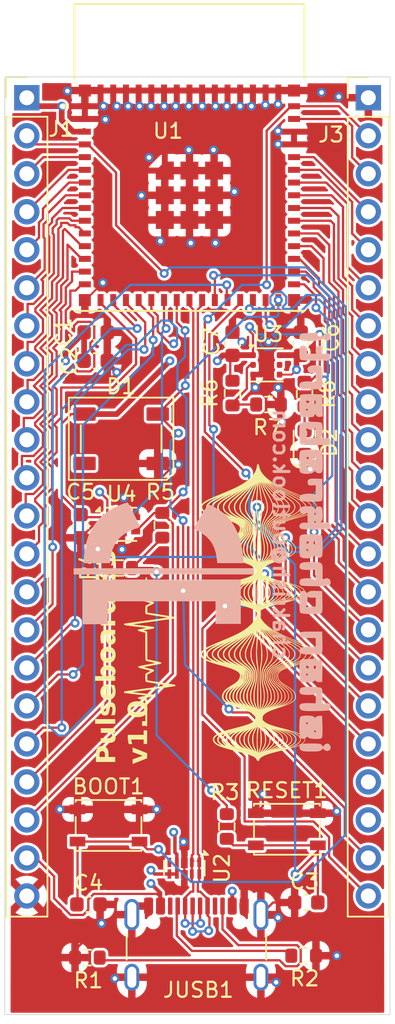
<source format=kicad_pcb>
(kicad_pcb (version 20241229) (generator "pcbnew") (generator_version "9.0")
  (layers (0 "F.Cu" signal "ln1.cu") (4 "In1.Cu" signal "ln2.cu") (6 "In2.Cu" signal "ln3.cu") (2 "B.Cu" signal "ln4.cu") (13 "F.Paste" user) (15 "B.Paste" user) (5 "F.SilkS" user "F.Silkscreen") (7 "B.SilkS" user "B.Silkscreen") (1 "F.Mask" user) (3 "B.Mask" user) (25 "Edge.Cuts" user))
  (net 0 "")
  (net 1 "GND")
  (net 2 "/3V3")
  (net 3 "/ESP32_EN")
  (net 4 "/GPIO0")
  (net 5 "/5VUSB")
  (net 6 "/GPIO48")
  (net 8 "Net-(D2-A)")
  (net 9 "/GPIO8")
  (net 10 "/GPIO7")
  (net 11 "/GPIO16")
  (net 12 "/GPIO13")
  (net 13 "/I2C_SDA")
  (net 14 "/GPIO15")
  (net 15 "/GPIO2")
  (net 16 "/GPIO11")
  (net 17 "/GPIO1")
  (net 18 "/GPIO9")
  (net 19 "/I2C_SCL")
  (net 20 "/GPIO3")
  (net 21 "/GPIO5")
  (net 22 "/GPIO14")
  (net 23 "/GPIO6")
  (net 24 "/GPIO12")
  (net 25 "/GPIO4")
  (net 26 "/GPIO10")
  (net 28 "/GPIO33")
  (net 29 "/GPIO26")
  (net 30 "/GPIO41")
  (net 32 "/GPIO21")
  (net 33 "/GPIO42")
  (net 34 "/GPIO40")
  (net 35 "/GPIO47")
  (net 36 "/GPIO45")
  (net 37 "/GPIO37")
  (net 38 "/GPIO38")
  (net 39 "/TXD")
  (net 40 "/GPIO46")
  (net 41 "/GPIO36")
  (net 42 "/GPIO35")
  (net 43 "/RXD")
  (net 44 "/GPIO34")
  (net 45 "/GPIO39")
  (net 47 "Net-(JUSB1-CC1)")
  (net 48 "Net-(U3-FB)")
  (net 49 "/USB_N")
  (net 50 "/USB_P")
  (net 55 "Net-(JUSB1-CC2)")
  (footprint "Button_Switch_SMD:SW_SPST_PTS810" (layer "F.Cu") (at 132.418 114.994)
    (property "Reference" "RESET1")
    (property "Value" "~" (hide yes))
  )
  (footprint "LOGO" (layer "F.Cu") (at 123.24 103.14 -90)
    (property "Reference" "G***" (hide yes))
    (property "Value" "LOGO" (hide yes))
  )
  (footprint "Connector_PinHeader_2.54mm:PinHeader_1x22_P2.54mm_Vertical" (layer "F.Cu") (at 115.01 66.11)
    (property "Reference" "J1")
    (property "Value" "~")
  )
  (footprint "Package_DFN_QFN:Diodes_UDFN-10_1.0x2.5mm_P0.5mm" (layer "F.Cu") (at 125.5555 117.5955 -90)
    (property "Reference" "U2")
    (property "Value" "ESD7104MUTAG" (hide yes))
  )
  (footprint "Capacitor_SMD:C_0603_1608Metric" (layer "F.Cu") (at 118.618 94.742 -90)
    (property "Reference" "C5")
    (property "Value" "0.1uF" (hide yes))
  )
  (footprint "Resistor_SMD:R_0603_1608Metric" (layer "F.Cu") (at 119.063 123.571 180)
    (property "Reference" "R1")
    (property "Value" "5.1k" (hide yes))
  )
  (footprint "Resistor_SMD:R_0603_1608Metric" (layer "F.Cu") (at 124.079 94.679 -90)
    (property "Reference" "R5")
    (property "Value" "10k" (hide yes))
  )
  (footprint "Resistor_SMD:R_0603_1608Metric" (layer "F.Cu") (at 121.222 97.536)
    (property "Reference" "R4")
    (property "Value" "10k" (hide yes))
  )
  (footprint "Resistor_SMD:R_0603_1608Metric" (layer "F.Cu") (at 133.604 85.911 -90)
    (property "Reference" "R8")
    (property "Value" "5.1k" (hide yes))
  )
  (footprint "Capacitor_SMD:C_0603_1608Metric" (layer "F.Cu") (at 133.718 119.888 180)
    (property "Reference" "C3")
    (property "Value" "0.1uF" (hide yes))
  )
  (footprint "Resistor_SMD:R_0603_1608Metric" (layer "F.Cu") (at 128.778 85.848 90)
    (property "Reference" "R6")
    (property "Value" "1M" (hide yes))
  )
  (footprint "LOGO" (layer "F.Cu") (at 130.55 95.6 -90)
    (property "Reference" "G***" (hide yes))
    (property "Value" "LOGO" (hide yes))
  )
  (footprint "Capacitor_SMD:C_0603_1608Metric" (layer "F.Cu") (at 133.35 82.55 90)
    (property "Reference" "C6")
    (property "Value" "10uF" (hide yes))
  )
  (footprint "Capacitor_SMD:C_0603_1608Metric" (layer "F.Cu") (at 119.139 120.015)
    (property "Reference" "C4")
    (property "Value" "0.1uF" (hide yes))
  )
  (footprint "LED_SMD:LED_0603_1608Metric" (layer "F.Cu") (at 133.604 89.154 90)
    (property "Reference" "D2")
    (property "Value" "LED" (hide yes))
  )
  (footprint "Button_Switch_SMD:SW_SPST_PTS810" (layer "F.Cu") (at 120.48 114.74)
    (property "Reference" "BOOT1")
    (property "Value" "~" (hide yes))
  )
  (footprint "Capacitor_SMD:C_0603_1608Metric" (layer "F.Cu") (at 119.621 83.693)
    (property "Reference" "C2")
    (property "Value" "10uF" (hide yes))
  )
  (footprint "LOGO" (layer "F.Cu") (at 130.55 105.43 -90)
    (property "Reference" "G***" (hide yes))
    (property "Value" "LOGO" (hide yes))
  )
  (footprint "Connector_USB:USB_C_Receptacle_GCT_USB4105-xx-A_16P_TopMnt_Horizontal" (layer "F.Cu") (at 126.36 123.805)
    (property "Reference" "JUSB1")
    (property "Value" "USB_C_Receptacle_USB2.0" (hide yes))
  )
  (footprint "Connector_PinHeader_2.54mm:PinHeader_1x22_P2.54mm_Vertical" (layer "F.Cu") (at 137.87 66.11)
    (property "Reference" "J3")
    (property "Value" "~")
  )
  (footprint "Resistor_SMD:R_0603_1608Metric" (layer "F.Cu") (at 133.541 123.444)
    (property "Reference" "R2")
    (property "Value" "5.1k" (hide yes))
  )
  (footprint "Resistor_SMD:R_0603_1608Metric" (layer "F.Cu") (at 131.191 86.61 180)
    (property "Reference" "R7")
    (property "Value" "200k" (hide yes))
  )
  (footprint "Capacitor_SMD:C_0603_1608Metric" (layer "F.Cu") (at 119.621 81.788)
    (property "Reference" "C1")
    (property "Value" "0.1uF" (hide yes))
  )
  (footprint "Capacitor_SMD:C_0603_1608Metric" (layer "F.Cu") (at 128.778 82.55 90)
    (property "Reference" "C7")
    (property "Value" "10uF" (hide yes))
  )
  (footprint "Package_SON:WSON-6-1EP_2x2mm_P0.65mm_EP1x1.6mm" (layer "F.Cu") (at 131.042 83.962)
    (property "Reference" "U3")
    (property "Value" "TLV75801PDRV" (hide yes))
  )
  (footprint "Package_DFN_QFN:AMS_QFN-4-1EP_2x2mm_P0.95mm_EP0.7x1.6mm" (layer "F.Cu") (at 121.351 94.615)
    (property "Reference" "U4")
    (property "Value" "ENS210" (hide yes))
  )
  (footprint "LED_SMD:LED_WS2812B_PLCC4_5.0x5.0mm_P3.2mm" (layer "F.Cu") (at 121.322 88.899)
    (property "Reference" "D1")
    (property "Value" "WS2812B" (hide yes))
  )
  (footprint "Resistor_SMD:R_0603_1608Metric" (layer "F.Cu") (at 128.397 114.808 90)
    (property "Reference" "R3")
    (property "Value" "10k" (hide yes))
  )
  (footprint "esp:XCVR_ESP32-S3-MINI-1-N8" (layer "F.Cu") (at 125.896 72.629)
    (property "Reference" "U1")
    (property "Value" "ESP32-S3-MINI-1-N8")
  )
  (footprint "LOGO" (layer "B.Cu") (at 134.152018 95.808742 90)
    (property "Reference" "G***" (hide yes))
    (property "Value" "LOGO" (hide yes))
  )
  (footprint "LOGO" (layer "B.Cu") (at 124.18 97.94 90)
    (property "Reference" "G***" (hide yes))
    (property "Value" "LOGO" (hide yes))
  )
  (gr_rect (start 113.538 64.72) (end 139.319 127.381) (stroke (width 0.05)) (fill no) (layer "Edge.Cuts"))
  (gr_text "Pulseboard S3\nv1.0" (at 123.28 110.66 90) (layer "F.SilkS") (effects (font (size 1.27 1.27) (thickness 0.2) (bold yes)) (justify left bottom)))
  (gr_text "chakrish@outlook.com" (at 131.43 103.74 270) (layer "B.SilkS") (effects (font (size 1 1) (thickness 0.2) (bold yes)) (justify left bottom mirror)))
  (segment (start 115.01 119.45) (end 115.88186 120.32186) (width 0.127) (layer "F.Cu") (net 1))
  (segment (start 118.896 79.629) (end 118.941 79.629) (width 0.127) (layer "F.Cu") (net 1))
  (segment (start 131.699 125.222) (end 131.022 125.222) (width 0.1524) (layer "F.Cu") (net 1))
  (segment (start 117.96 121.94) (end 119.14 121.94) (width 0.127) (layer "F.Cu") (net 1))
  (segment (start 135.636 113.919) (end 135.763 113.792) (width 0.1524) (layer "F.Cu") (net 1))
  (segment (start 130.392 84.612) (end 130.1545 84.612) (width 0.1524) (layer "F.Cu") (net 1))
  (segment (start 134.366 123.444) (end 135.763 123.444) (width 0.1524) (layer "F.Cu") (net 1))
  (segment (start 131.492 119.888) (end 130.68 120.7) (width 0.1524) (layer "F.Cu") (net 1))
  (segment (start 119.14 121.94) (end 119.14 122.02) (width 0.127) (layer "F.Cu") (net 1))
  (segment (start 125.5555 116.2525) (end 125.5555 117.2455) (width 0.1524) (layer "F.Cu") (net 1))
  (segment (start 133.35 81.775) (end 132.806616 81.775) (width 0.1524) (layer "F.Cu") (net 1))
  (segment (start 131.826 120.904) (end 130.884 120.904) (width 0.1524) (layer "F.Cu") (net 1))
  (segment (start 119.52 94.615) (end 118.618 95.517) (width 0.1524) (layer "F.Cu") (net 1))
  (segment (start 118.941 79.629) (end 120.1 78.47) (width 0.127) (layer "F.Cu") (net 1))
  (segment (start 117.74 121.78) (end 117.8 121.78) (width 0.127) (layer "F.Cu") (net 1))
  (segment (start 120.396 83.693) (end 120.396 81.788) (width 0.3048) (layer "F.Cu") (net 1))
  (segment (start 134.493 113.919) (end 135.636 113.919) (width 0.1524) (layer "F.Cu") (net 1))
  (segment (start 119.914 120.015) (end 119.914 121.184) (width 0.1524) (layer "F.Cu") (net 1))
  (segment (start 128.778 81.788) (end 128.778 81.775) (width 0.1524) (layer "F.Cu") (net 1))
  (segment (start 135.89 66.04) (end 135.96 66.11) (width 0.127) (layer "F.Cu") (net 1))
  (segment (start 130.81 112.649) (end 130.81 113.452) (width 0.1524) (layer "F.Cu") (net 1))
  (segment (start 124.78 90.739) (end 122.301 93.218) (width 0.1524) (layer "F.Cu") (net 1))
  (segment (start 125.034 90.739) (end 124.78 90.739) (width 0.1524) (layer "F.Cu") (net 1))
  (segment (start 117.33 121.05) (end 117.61 121.33) (width 0.127) (layer "F.Cu") (net 1))
  (segment (start 120.396 83.82) (end 120.396 83.693) (width 0.3048) (layer "F.Cu") (net 1))
  (segment (start 125.1585 90.6145) (end 125.093 90.549) (width 0.1524) (layer "F.Cu") (net 1))
  (segment (start 132.806616 81.775) (end 131.042 83.539616) (width 0.1524) (layer "F.Cu") (net 1))
  (segment (start 117.74 121.71) (end 117.74 121.78) (width 0.127) (layer "F.Cu") (net 1))
  (segment (start 125.494838 115.834299) (end 125.494838 116.191838) (width 0.1524) (layer "F.Cu") (net 1))
  (segment (start 130.81 113.452) (end 130.343 113.919) (width 0.1524) (layer "F.Cu") (net 1))
  (segment (start 133.985 90.932) (end 133.604 89.9415) (width 0.3048) (layer "F.Cu") (net 1))
  (segment (start 121.031 84.455) (end 120.396 83.82) (width 0.3048) (layer "F.Cu") (net 1))
  (segment (start 134.493 113.919) (end 130.343 113.919) (width 0.1524) (layer "F.Cu") (net 1))
  (segment (start 119.14 122.02) (end 119.21 122.09) (width 0.127) (layer "F.Cu") (net 1))
  (segment (start 122.555 113.665) (end 118.405 113.665) (width 0.1524) (layer "F.Cu") (net 1))
  (segment (start 117.8 121.78) (end 117.96 121.94) (width 0.127) (layer "F.Cu") (net 1))
  (segment (start 122.301 93.218) (end 121.351 94.168) (width 0.1524) (layer "F.Cu") (net 1))
  (segment (start 132.016 87.693) (end 132.08 87.757) (width 0.1524) (layer "F.Cu") (net 1))
  (segment (start 125.5555 118.008) (end 125.5555 117.2455) (width 0.1524) (layer "F.Cu") (net 1))
  (segment (start 117.61 121.58) (end 117.74 121.71) (width 0.127) (layer "F.Cu") (net 1))
  (segment (start 125.093 90.549) (end 123.772 90.549) (width 0.1524) (layer "F.Cu") (net 1))
  (segment (start 135.96 66.11) (end 137.87 66.11) (width 0.127) (layer "F.Cu") (net 1))
  (segment (start 125.494838 116.191838) (end 125.5555 116.2525) (width 0.1524) (layer "F.Cu") (net 1))
  (segment (start 118.405 113.665) (end 117.221 113.665) (width 0.1524) (layer "F.Cu") (net 1))
  (segment (start 122.555 113.665) (end 123.698 113.665) (width 0.1524) (layer "F.Cu") (net 1))
  (segment (start 117.33 120.48372) (end 117.33 121.05) (width 0.127) (layer "F.Cu") (net 1))
  (segment (start 129.413 82.423) (end 128.778 81.788) (width 0.1524) (layer "F.Cu") (net 1))
  (segment (start 131.042 83.962) (end 130.392 84.612) (width 0.1524) (layer "F.Cu") (net 1))
  (segment (start 131.022 125.222) (end 130.68 124.88) (width 0.1524) (layer "F.Cu") (net 1))
  (segment (start 117.16814 120.32186) (end 117.33 120.48372) (width 0.127) (layer "F.Cu") (net 1))
  (segment (start 132.943 119.888) (end 131.492 119.888) (width 0.1524) (layer "F.Cu") (net 1))
  (segment (start 131.042 83.539616) (end 131.042 83.962) (width 0.1524) (layer "F.Cu") (net 1))
  (segment (start 115.88186 120.32186) (end 117.16814 120.32186) (width 0.127) (layer "F.Cu") (net 1))
  (segment (start 120.992 124.88) (end 120.904 124.968) (width 0.1524) (layer "F.Cu") (net 1))
  (segment (start 119.21 122.09) (end 120.015 121.285) (width 0.1524) (layer "F.Cu") (net 1))
  (segment (start 118.238 123.062) (end 119.21 122.09) (width 0.1524) (layer "F.Cu") (net 1))
  (segment (start 125.1585 90.6145) (end 125.034 90.739) (width 0.1524) (layer "F.Cu") (net 1))
  (segment (start 121.351 94.168) (end 121.351 94.615) (width 0.1524) (layer "F.Cu") (net 1))
  (segment (start 122.04 124.88) (end 120.992 124.88) (width 0.1524) (layer "F.Cu") (net 1))
  (segment (start 130.884 120.904) (end 130.68 120.7) (width 0.1524) (layer "F.Cu") (net 1))
  (segment (start 121.351 94.615) (end 119.52 94.615) (width 0.1524) (layer "F.Cu") (net 1))
  (segment (start 131.042 85.636) (end 131.042 83.962) (width 0.1524) (layer "F.Cu") (net 1))
  (segment (start 132.016 86.61) (end 131.042 85.636) (width 0.1524) (layer "F.Cu") (net 1))
  (segment (start 132.016 86.61) (end 132.016 87.693) (width 0.1524) (layer "F.Cu") (net 1))
  (segment (start 118.238 123.571) (end 118.238 123.062) (width 0.1524) (layer "F.Cu") (net 1))
  (segment (start 117.61 121.33) (end 117.61 121.58) (width 0.127) (layer "F.Cu") (net 1))
  (segment (start 122.301 94.14) (end 122.301 93.218) (width 0.127) (layer "F.Cu") (net 1))
  (segment (start 119.914 121.184) (end 120.015 121.285) (width 0.1524) (layer "F.Cu") (net 1))
  (via (at 131.699 125.222) (size 0.604799) (drill 0.3) (layers "F.Cu" "B.Cu") (net 1))
  (via (at 131.826 69.215) (size 0.604799) (drill 0.3) (layers "F.Cu" "B.Cu") (net 1))
  (via (at 125.494838 115.834299) (size 0.604799) (drill 0.3) (layers "F.Cu" "B.Cu") (net 1))
  (via (at 129.413 82.423) (size 0.604799) (drill 0.3) (layers "F.Cu" "B.Cu") (net 1))
  (via (at 127.635 66.675) (size 0.604799) (drill 0.3) (layers "F.Cu" "B.Cu") (net 1))
  (via (at 127.635 75.819) (size 0.604799) (drill 0.3) (layers "F.Cu" "B.Cu") (net 1))
  (via (at 123.698 113.665) (size 0.604799) (drill 0.3) (layers "F.Cu" "B.Cu") (net 1))
  (via (at 129.286 66.675) (size 0.604799) (drill 0.3) (layers "F.Cu" "B.Cu") (net 1))
  (via (at 130.980094 66.589335) (size 0.604799) (drill 0.3) (layers "F.Cu" "B.Cu") (net 1))
  (via (at 131.826 66.548) (size 0.604799) (drill 0.3) (layers "F.Cu" "B.Cu") (net 1))
  (via (at 122.682 72.644) (size 0.604799) (drill 0.3) (layers "F.Cu" "B.Cu") (net 1))
  (via (at 120.142 66.675) (size 0.604799) (drill 0.3) (layers "F.Cu" "B.Cu") (net 1))
  (via (at 131.826 85.471) (size 0.604799) (drill 0.3) (layers "F.Cu" "B.Cu") (net 1))
  (via (at 121.031 66.675) (size 0.604799) (drill 0.3) (layers "F.Cu" "B.Cu") (net 1))
  (via (at 133.985 90.932) (size 0.604799) (drill 0.3) (layers "F.Cu" "B.Cu") (net 1))
  (via (at 117.729 65.659) (size 0.604799) (drill 0.3) (layers "F.Cu" "B.Cu") (net 1))
  (via (at 117.221 113.665) (size 0.604799) (drill 0.3) (layers "F.Cu" "B.Cu") (net 1))
  (via (at 124.968 66.675) (size 0.604799) (drill 0.3) (layers "F.Cu" "B.Cu") (net 1))
  (via (at 122.555 66.675) (size 0.604799) (drill 0.3) (layers "F.Cu" "B.Cu") (net 1))
  (via (at 125.1585 90.6145) (size 0.604799) (drill 0.3) (layers "F.Cu" "B.Cu") (net 1))
  (via (at 121.5 92.84) (size 0.604799) (drill 0.3) (layers "F.Cu" "B.Cu") (net 1))
  (via (at 120.269 67.564) (size 0.604799) (drill 0.3) (layers "F.Cu" "B.Cu") (net 1))
  (via (at 127.508 69.596) (size 0.604799) (drill 0.3) (layers "F.Cu" "B.Cu") (net 1))
  (via (at 121.3856 96.292401) (size 0.604799) (drill 0.3) (layers "F.Cu" "B.Cu") (net 1))
  (via (at 128.905 72.39) (size 0.604799) (drill 0.3) (layers "F.Cu" "B.Cu") (net 1))
  (via (at 130.81 112.649) (size 0.604799) (drill 0.3) (layers "F.Cu" "B.Cu") (net 1))
  (via (at 125.857 69.596) (size 0.604799) (drill 0.3) (layers "F.Cu" "B.Cu") (net 1))
  (via (at 134.74 65.76) (size 0.604799) (drill 0.3) (layers "F.Cu" "B.Cu") (net 1))
  (via (at 120.015 121.285) (size 0.604799) (drill 0.3) (layers "F.Cu" "B.Cu") (net 1))
  (via (at 125.857 66.675) (size 0.604799) (drill 0.3) (layers "F.Cu" "B.Cu") (net 1))
  (via (at 135.763 113.792) (size 0.604799) (drill 0.3) (layers "F.Cu" "B.Cu") (net 1))
  (via (at 128.397 66.675) (size 0.604799) (drill 0.3) (layers "F.Cu" "B.Cu") (net 1))
  (via (at 123.952 75.692) (size 0.604799) (drill 0.3) (layers "F.Cu" "B.Cu") (net 1))
  (via (at 132.08 87.757) (size 0.604799) (drill 0.3) (layers "F.Cu" "B.Cu") (net 1))
  (via (at 123.317 66.675) (size 0.604799) (drill 0.3) (layers "F.Cu" "B.Cu") (net 1))
  (via (at 123.19 70.104) (size 0.604799) (drill 0.3) (layers "F.Cu" "B.Cu") (net 1))
  (via (at 135.763 123.444) (size 0.604799) (drill 0.3) (layers "F.Cu" "B.Cu") (net 1))
  (via (at 124.206 66.675) (size 0.604799) (drill 0.3) (layers "F.Cu" "B.Cu") (net 1))
  (via (at 130.048 66.675) (size 0.604799) (drill 0.3) (layers "F.Cu" "B.Cu") (net 1))
  (via (at 131.190294 82.423708) (size 0.604799) (drill 0.3) (layers "F.Cu" "B.Cu") (net 1))
  (via (at 120.1 78.47) (size 0.604799) (drill 0.3) (layers "F.Cu" "B.Cu") (net 1))
  (via (at 121.031 84.455) (size 0.604799) (drill 0.3) (layers "F.Cu" "B.Cu") (net 1))
  (via (at 130.302 85.471) (size 0.604799) (drill 0.3) (layers "F.Cu" "B.Cu") (net 1))
  (via (at 121.793 66.675) (size 0.604799) (drill 0.3) (layers "F.Cu" "B.Cu") (net 1))
  (via (at 125.984 75.819) (size 0.604799) (drill 0.3) (layers "F.Cu" "B.Cu") (net 1))
  (via (at 131.826 68.326) (size 0.604799) (drill 0.3) (layers "F.Cu" "B.Cu") (net 1))
  (via (at 135.89 66.04) (size 0.604799) (drill 0.3) (layers "F.Cu" "B.Cu") (net 1))
  (via (at 120.904 124.968) (size 0.604799) (drill 0.3) (layers "F.Cu" "B.Cu") (net 1))
  (via (at 131.826 120.904) (size 0.604799) (drill 0.3) (layers "F.Cu" "B.Cu") (net 1))
  (via (at 126.746 66.675) (size 0.604799) (drill 0.3) (layers "F.Cu" "B.Cu") (net 1))
  (segment (start 128.778 85.023) (end 128.629 84.874) (width 0.1524) (layer "F.Cu") (net 2))
  (segment (start 124.079 95.504) (end 122.047 97.536) (width 0.1524) (layer "F.Cu") (net 2))
  (segment (start 130.1545 81.9355) (end 130.1545 83.312) (width 0.1524) (layer "F.Cu") (net 2))
  (segment (start 121.031 87.249) (end 124.587 83.693) (width 0.381) (layer "F.Cu") (net 2))
  (segment (start 120.401 94.14) (end 118.791 94.14) (width 0.1524) (layer "F.Cu") (net 2))
  (segment (start 128.397 113.983) (end 128.397 113.411) (width 0.1524) (layer "F.Cu") (net 2))
  (segment (start 115.575 66.675) (end 115.01 66.11) (width 0.381) (layer "F.Cu") (net 2))
  (segment (start 120.401 92.969) (end 120.401 94.14) (width 0.1524) (layer "F.Cu") (net 2))
  (segment (start 117.602 83.032) (end 118.846 81.788) (width 0.381) (layer "F.Cu") (net 2))
  (segment (start 133.963 85.086) (end 133.604 85.086) (width 0.1524) (layer "F.Cu") (net 2))
  (segment (start 117.348 66.675) (end 115.575 66.675) (width 0.381) (layer "F.Cu") (net 2))
  (segment (start 128.397 113.411) (end 127.381 112.395) (width 0.1524) (layer "F.Cu") (net 2))
  (segment (start 118.618 93.967) (end 117.348 92.697) (width 0.1524) (layer "F.Cu") (net 2))
  (segment (start 128.629 83.474) (end 128.778 83.325) (width 0.1524) (layer "F.Cu") (net 2))
  (segment (start 118.791 94.14) (end 118.618 93.967) (width 0.1524) (layer "F.Cu") (net 2))
  (segment (start 118.872 87.249) (end 121.031 87.249) (width 0.381) (layer "F.Cu") (net 2))
  (segment (start 123.444 97.536) (end 122.047 97.536) (width 0.1524) (layer "F.Cu") (net 2))
  (segment (start 117.602 83.693) (end 117.602 83.032) (width 0.381) (layer "F.Cu") (net 2))
  (segment (start 134.62 81.915) (end 134.62 84.429) (width 0.1524) (layer "F.Cu") (net 2))
  (segment (start 118.896 68.379) (end 118.843 68.326) (width 0.381) (layer "F.Cu") (net 2))
  (segment (start 117.348 67.612) (end 118.115 68.379) (width 0.381) (layer "F.Cu") (net 2))
  (segment (start 129.921 81.407) (end 129.921 81.702) (width 0.1524) (layer "F.Cu") (net 2))
  (segment (start 128.778 83.325) (end 128.13 83.325) (width 0.381) (layer "F.Cu") (net 2))
  (segment (start 118.115 68.379) (end 118.896 68.379) (width 0.381) (layer "F.Cu") (net 2))
  (segment (start 128.13 83.325) (end 127.762 83.693) (width 0.381) (layer "F.Cu") (net 2))
  (segment (start 123.698 97.79) (end 123.444 97.536) (width 0.1524) (layer "F.Cu") (net 2))
  (segment (start 128.791 83.312) (end 128.778 83.325) (width 0.39116) (layer "F.Cu") (net 2))
  (segment (start 129.921 81.702) (end 130.1545 81.9355) (width 0.1524) (layer "F.Cu") (net 2))
  (segment (start 128.629 84.874) (end 128.629 83.474) (width 0.1524) (layer "F.Cu") (net 2))
  (segment (start 117.348 87.884) (end 117.983 87.249) (width 0.1524) (layer "F.Cu") (net 2))
  (segment (start 117.983 87.249) (end 118.872 87.249) (width 0.1524) (layer "F.Cu") (net 2))
  (segment (start 117.348 92.697) (end 117.348 87.884) (width 0.1524) (layer "F.Cu") (net 2))
  (segment (start 118.846 81.788) (end 118.846 83.693) (width 0.381) (layer "F.Cu") (net 2))
  (segment (start 119.888 92.456) (end 120.401 92.969) (width 0.1524) (layer "F.Cu") (net 2))
  (segment (start 117.348 66.675) (end 117.348 67.612) (width 0.381) (layer "F.Cu") (net 2))
  (segment (start 134.62 84.429) (end 133.963 85.086) (width 0.1524) (layer "F.Cu") (net 2))
  (segment (start 130.1545 83.312) (end 128.791 83.312) (width 0.39116) (layer "F.Cu") (net 2))
  (via (at 119.888 92.456) (size 0.604799) (drill 0.3) (layers "F.Cu" "B.Cu") (net 2))
  (via (at 127.762 83.693) (size 0.604799) (drill 0.3) (layers "F.Cu" "B.Cu") (net 2))
  (via (at 124.587 83.693) (size 0.604799) (drill 0.3) (layers "F.Cu" "B.Cu") (net 2))
  (via (at 123.698 97.79) (size 0.604799) (drill 0.3) (layers "F.Cu" "B.Cu") (net 2))
  (via (at 129.921 81.407) (size 0.604799) (drill 0.3) (layers "F.Cu" "B.Cu") (net 2))
  (via (at 134.62 81.915) (size 0.604799) (drill 0.3) (layers "F.Cu" "B.Cu") (net 2))
  (via (at 117.602 83.693) (size 0.604799) (drill 0.3) (layers "F.Cu" "B.Cu") (net 2))
  (via (at 117.348 66.675) (size 0.604799) (drill 0.3) (layers "F.Cu" "B.Cu") (net 2))
  (via (at 127.381 112.395) (size 0.604799) (drill 0.3) (layers "F.Cu" "B.Cu") (net 2))
  (segment (start 129.921 81.407) (end 130.429 81.915) (width 0.1524) (layer "B.Cu") (net 2))
  (segment (start 130.429 81.915) (end 130.94664 81.915) (width 0.1524) (layer "B.Cu") (net 2))
  (segment (start 123.698 108.712) (end 123.698 97.79) (width 0.1524) (layer "B.Cu") (net 2))
  (segment (start 130.659001 82.202639) (end 130.659001 82.643362) (width 0.1524) (layer "B.Cu") (net 2))
  (segment (start 131.411362 82.955) (end 131.723 82.643362) (width 0.1524) (layer "B.Cu") (net 2))
  (segment (start 130.94664 81.915) (end 130.659001 82.202639) (width 0.1524) (layer "B.Cu") (net 2))
  (segment (start 131.723 82.202639) (end 131.435361 81.915) (width 0.1524) (layer "B.Cu") (net 2))
  (segment (start 131.723 82.643362) (end 131.723 82.202639) (width 0.1524) (layer "B.Cu") (net 2))
  (segment (start 130.970639 82.955) (end 131.411362 82.955) (width 0.1524) (layer "B.Cu") (net 2))
  (segment (start 130.659001 82.643362) (end 130.970639 82.955) (width 0.1524) (layer "B.Cu") (net 2))
  (segment (start 131.435361 81.915) (end 134.62 81.915) (width 0.1524) (layer "B.Cu") (net 2))
  (segment (start 127.381 112.395) (end 123.698 108.712) (width 0.1524) (layer "B.Cu") (net 2))
  (segment (start 130.343 116.069) (end 128.833 116.069) (width 0.1524) (layer "F.Cu") (net 3))
  (segment (start 131.064 78.613) (end 131.064 68.311) (width 0.1524) (layer "F.Cu") (net 3))
  (segment (start 129.676639 91.186) (end 126.924201 88.433562) (width 0.1524) (layer "F.Cu") (net 3))
  (segment (start 134.493 116.069) (end 130.343 116.069) (width 0.1524) (layer "F.Cu") (net 3))
  (segment (start 134.493 116.459) (end 132.969 117.983) (width 0.1524) (layer "F.Cu") (net 3))
  (segment (start 137.87 68.65) (end 135.899 66.679) (width 0.1524) (layer "F.Cu") (net 3))
  (segment (start 128.833 116.069) (end 128.397 115.633) (width 0.1524) (layer "F.Cu") (net 3))
  (segment (start 134.493 119.888) (end 134.493 116.069) (width 0.1524) (layer "F.Cu") (net 3))
  (segment (start 126.924201 81.101799) (end 127.127 80.899) (width 0.1524) (layer "F.Cu") (net 3))
  (segment (start 131.064 68.311) (end 132.696 66.679) (width 0.1524) (layer "F.Cu") (net 3))
  (segment (start 134.493 116.069) (end 134.493 116.459) (width 0.1524) (layer "F.Cu") (net 3))
  (segment (start 135.899 66.679) (end 132.896 66.679) (width 0.1524) (layer "F.Cu") (net 3))
  (segment (start 132.696 66.679) (end 132.896 66.679) (width 0.1524) (layer "F.Cu") (net 3))
  (segment (start 126.924201 88.433562) (end 126.924201 81.101799) (width 0.1524) (layer "F.Cu") (net 3))
  (via (at 131.064 78.613) (size 0.604799) (drill 0.3) (layers "F.Cu" "B.Cu") (net 3))
  (via (at 132.969 117.983) (size 0.604799) (drill 0.3) (layers "F.Cu" "B.Cu") (net 3))
  (via (at 127.127 80.899) (size 0.604799) (drill 0.3) (layers "F.Cu" "B.Cu") (net 3))
  (via (at 129.676639 91.186) (size 0.604799) (drill 0.3) (layers "F.Cu" "B.Cu") (net 3))
  (segment (start 127.127 80.899) (end 129.413 78.613) (width 0.1524) (layer "B.Cu") (net 3))
  (segment (start 129.676639 91.186) (end 129.746002 91.186) (width 0.1524) (layer "B.Cu") (net 3))
  (segment (start 129.897001 94.251828) (end 132.969 97.323827) (width 0.1524) (layer "B.Cu") (net 3))
  (segment (start 129.413 78.613) (end 131.064 78.613) (width 0.1524) (layer "B.Cu") (net 3))
  (segment (start 129.897001 91.336999) (end 129.897001 94.251828) (width 0.1524) (layer "B.Cu") (net 3))
  (segment (start 132.969 97.323827) (end 132.969 117.983) (width 0.1524) (layer "B.Cu") (net 3))
  (segment (start 129.746002 91.186) (end 129.897001 91.336999) (width 0.1524) (layer "B.Cu") (net 3))
  (segment (start 118.896 69.229) (end 119.1052 69.229) (width 0.1524) (layer "F.Cu") (net 4))
  (segment (start 118.405 115.815) (end 122.555 115.815) (width 0.1524) (layer "F.Cu") (net 4))
  (segment (start 120.990666 71.114466) (end 120.990666 74.635666) (width 0.1524) (layer "F.Cu") (net 4))
  (segment (start 119.1052 69.229) (end 120.990666 71.114466) (width 0.1524) (layer "F.Cu") (net 4))
  (segment (start 123.825 116.332) (end 123.072 116.332) (width 0.1524) (layer "F.Cu") (net 4))
  (segment (start 123.072 116.332) (end 122.555 115.815) (width 0.1524) (layer "F.Cu") (net 4))
  (segment (start 118.896 69.229) (end 115.589 69.229) (width 0.1524) (layer "F.Cu") (net 4))
  (segment (start 118.405 115.815) (end 118.405 119.974) (width 0.1524) (layer "F.Cu") (net 4))
  (segment (start 120.990666 74.635666) (end 124.206 77.851) (width 0.1524) (layer "F.Cu") (net 4))
  (segment (start 115.589 69.229) (end 115.01 68.65) (width 0.1524) (layer "F.Cu") (net 4))
  (segment (start 118.405 119.974) (end 118.364 120.015) (width 0.1524) (layer "F.Cu") (net 4))
  (via (at 123.825 116.332) (size 0.604799) (drill 0.3) (layers "F.Cu" "B.Cu") (net 4))
  (via (at 124.206 77.851) (size 0.604799) (drill 0.3) (layers "F.Cu" "B.Cu") (net 4))
  (segment (start 126.008 118.515) (end 123.825 116.332) (width 0.1524) (layer "B.Cu") (net 4))
  (segment (start 136.3752 115.329162) (end 133.189362 118.515) (width 0.1524) (layer "B.Cu") (net 4))
  (segment (start 124.610999 77.446001) (end 133.724763 77.446001) (width 0.1524) (layer "B.Cu") (net 4))
  (segment (start 133.724763 77.446001) (end 136.3752 80.096438) (width 0.1524) (layer "B.Cu") (net 4))
  (segment (start 136.3752 80.096438) (end 136.3752 115.329162) (width 0.1524) (layer "B.Cu") (net 4))
  (segment (start 133.189362 118.515) (end 126.008 118.515) (width 0.1524) (layer "B.Cu") (net 4))
  (segment (start 124.206 77.851) (end 124.610999 77.446001) (width 0.1524) (layer "B.Cu") (net 4))
  (segment (start 133.337 83.312) (end 133.35 83.325) (width 0.39116) (layer "F.Cu") (net 5))
  (segment (start 125.0555 116.6669) (end 125.0555 117.208) (width 0.2286) (layer "F.Cu") (net 5))
  (segment (start 117.944464 120.7196) (end 118.783536 120.7196) (width 0.1524) (layer "F.Cu") (net 5))
  (segment (start 119.126 119.678864) (end 119.494464 119.3104) (width 0.1524) (layer "F.Cu") (net 5))
  (segment (start 123.96 119.550001) (end 123.96 120.125) (width 0.1524) (layer "F.Cu") (net 5))
  (segment (start 123.317 118.618) (end 123.952 119.253) (width 0.254) (layer "F.Cu") (net 5))
  (segment (start 119.126 120.377136) (end 119.126 119.678864) (width 0.1524) (layer "F.Cu") (net 5))
  (segment (start 115.01 116.91) (end 115.61 116.91) (width 0.1524) (layer "F.Cu") (net 5))
  (segment (start 132.734693 84.612) (end 133.063419 84.283274) (width 0.127) (layer "F.Cu") (net 5))
  (segment (start 128.76 120.125) (end 128.76 119.126) (width 0.254) (layer "F.Cu") (net 5))
  (segment (start 124.841 115.189) (end 124.925739 115.273739) (width 0.2286) (layer "F.Cu") (net 5))
  (segment (start 123.571 117.983) (end 125.0555 117.983) (width 0.2286) (layer "F.Cu") (net 5))
  (segment (start 124.925739 115.273739) (end 124.925739 116.537139) (width 0.2286) (layer "F.Cu") (net 5))
  (segment (start 115.61 116.91) (end 116.84 118.14) (width 0.1524) (layer "F.Cu") (net 5))
  (segment (start 123.317 117.729) (end 123.571 117.983) (width 0.2286) (layer "F.Cu") (net 5))
  (segment (start 133.063419 83.611581) (end 133.35 83.325) (width 0.381) (layer "F.Cu") (net 5))
  (segment (start 118.783536 120.7196) (end 119.126 120.377136) (width 0.1524) (layer "F.Cu") (net 5))
  (segment (start 123.720399 119.3104) (end 123.96 119.550001) (width 0.1524) (layer "F.Cu") (net 5))
  (segment (start 128.76 118.89) (end 128.76 119.126) (width 0.1524) (layer "F.Cu") (net 5))
  (segment (start 119.494464 119.3104) (end 123.720399 119.3104) (width 0.1524) (layer "F.Cu") (net 5))
  (segment (start 116.84 119.615136) (end 117.944464 120.7196) (width 0.1524) (layer "F.Cu") (net 5))
  (segment (start 131.9295 84.612) (end 132.734693 84.612) (width 0.127) (layer "F.Cu") (net 5))
  (segment (start 124.925739 116.537139) (end 125.0555 116.6669) (width 0.2286) (layer "F.Cu") (net 5))
  (segment (start 125.0555 117.208) (end 125.0555 117.983) (width 0.2286) (layer "F.Cu") (net 5))
  (segment (start 123.952 119.542001) (end 123.96 119.550001) (width 0.1524) (layer "F.Cu") (net 5))
  (segment (start 123.952 119.253) (end 123.952 119.542001) (width 0.254) (layer "F.Cu") (net 5))
  (segment (start 131.9295 83.312) (end 133.337 83.312) (width 0.39116) (layer "F.Cu") (net 5))
  (segment (start 116.84 118.14) (end 116.84 119.615136) (width 0.1524) (layer "F.Cu") (net 5))
  (segment (start 133.063419 84.283274) (end 133.063419 83.611581) (width 0.381) (layer "F.Cu") (net 5))
  (via (at 128.76 119.126) (size 0.604799) (drill 0.3) (layers "F.Cu" "B.Cu") (net 5))
  (via (at 123.317 117.729) (size 0.604799) (drill 0.3) (layers "F.Cu" "B.Cu") (net 5))
  (via (at 133.063419 84.283274) (size 0.604799) (drill 0.3) (layers "F.Cu" "B.Cu") (net 5))
  (via (at 124.841 115.189) (size 0.604799) (drill 0.3) (layers "F.Cu" "B.Cu") (net 5))
  (via (at 123.317 118.618) (size 0.604799) (drill 0.3) (layers "F.Cu" "B.Cu") (net 5))
  (segment (start 128.76 119.108) (end 128.651 118.999) (width 0.1524) (layer "B.Cu") (net 5))
  (segment (start 128.76 119.126) (end 128.76 119.108) (width 0.1524) (layer "B.Cu") (net 5))
  (segment (start 129.911361 107.188) (end 136.295 113.571639) (width 0.1524) (layer "F.Cu") (net 6))
  (segment (start 128.54 106.96) (end 128.768 107.188) (width 0.1524) (layer "F.Cu") (net 6))
  (segment (start 128.768 107.188) (end 129.911361 107.188) (width 0.1524) (layer "F.Cu") (net 6))
  (segment (start 123.772 87.249) (end 125.6221 85.3989) (width 0.1524) (layer "F.Cu") (net 6))
  (segment (start 136.295 115.335) (end 137.87 116.91) (width 0.1524) (layer "F.Cu") (net 6))
  (segment (start 124.977499 88.454499) (end 123.772 87.249) (width 0.1524) (layer "F.Cu") (net 6))
  (segment (start 125.159501 88.519) (end 125.095 88.454499) (width 0.1524) (layer "F.Cu") (net 6))
  (segment (start 125.476 99.06) (end 125.476 94.361) (width 0.1524) (layer "F.Cu") (net 6))
  (segment (start 125.095 88.454499) (end 124.977499 88.454499) (width 0.1524) (layer "F.Cu") (net 6))
  (segment (start 136.295 113.571639) (end 136.295 115.335) (width 0.1524) (layer "F.Cu") (net 6))
  (segment (start 125.6221 85.3989) (end 125.6221 85.344) (width 0.1524) (layer "F.Cu") (net 6))
  (via (at 131.846 79.629) (size 0.604799) (drill 0.3) (layers "F.Cu" "B.Cu") (net 6))
  (via (at 125.476 99.06) (size 0.604799) (drill 0.3) (layers "F.Cu" "B.Cu") (net 6))
  (via (at 125.6221 85.344) (size 0.604799) (drill 0.3) (layers "F.Cu" "B.Cu") (net 6))
  (via (at 128.54 106.96) (size 0.604799) (drill 0.3) (layers "F.Cu" "B.Cu") (net 6))
  (via (at 125.159501 88.519) (size 0.604799) (drill 0.3) (layers "F.Cu" "B.Cu") (net 6))
  (via (at 125.476 94.361) (size 0.604799) (drill 0.3) (layers "F.Cu" "B.Cu") (net 6))
  (segment (start 128.54 106.96) (end 128.54 106.95) (width 0.1524) (layer "B.Cu") (net 6))
  (segment (start 125.603 104.013) (end 125.476 99.06) (width 0.1524) (layer "B.Cu") (net 6))
  (segment (start 128.54 106.95) (end 125.603 104.013) (width 0.1524) (layer "B.Cu") (net 6))
  (segment (start 131.675001 80.748001) (end 131.699 80.772) (width 0.1524) (layer "B.Cu") (net 6))
  (segment (start 125.6221 85.344) (end 125.6221 84.82654) (width 0.1524) (layer "B.Cu") (net 6))
  (segment (start 125.476 94.361) (end 124.626501 93.511501) (width 0.1524) (layer "B.Cu") (net 6))
  (segment (start 125.6221 84.82654) (end 129.700639 80.748001) (width 0.1524) (layer "B.Cu") (net 6))
  (segment (start 124.626501 89.052) (end 125.159501 88.519) (width 0.1524) (layer "B.Cu") (net 6))
  (segment (start 131.846 80.625) (end 131.846 79.629) (width 0.1524) (layer "B.Cu") (net 6))
  (segment (start 131.699 80.772) (end 131.846 80.625) (width 0.1524) (layer "B.Cu") (net 6))
  (segment (start 129.700639 80.748001) (end 131.675001 80.748001) (width 0.1524) (layer "B.Cu") (net 6))
  (segment (start 124.626501 93.511501) (end 124.626501 89.052) (width 0.1524) (layer "B.Cu") (net 6))
  (segment (start 133.604 88.3665) (end 133.604 86.736) (width 0.1524) (layer "F.Cu") (net 8))
  (segment (start 118.701 76.029) (end 118.896 76.029) (width 0.1524) (layer "F.Cu") (net 9))
  (segment (start 117.007 78.542866) (end 117.4282 78.121667) (width 0.1524) (layer "F.Cu") (net 9))
  (segment (start 115.01 88.97) (end 114.808 88.768) (width 0.1524) (layer "F.Cu") (net 9))
  (segment (start 116.3954 84.463851) (end 116.3954 83.316148) (width 0.1524) (layer "F.Cu") (net 9))
  (segment (start 117.4282 78.121667) (end 117.4282 75.000918) (width 0.1524) (layer "F.Cu") (net 9))
  (segment (start 118.2806 75.6086) (end 118.701 76.029) (width 0.1524) (layer "F.Cu") (net 9))
  (segment (start 115.457185 87.5096) (end 116.0896 86.877185) (width 0.1524) (layer "F.Cu") (net 9))
  (segment (start 117.550559 74.878559) (end 118.2664 75.5944) (width 0.1524) (layer "F.Cu") (net 9))
  (segment (start 117.007 79.637183) (end 117.007 78.542866) (width 0.1524) (layer "F.Cu") (net 9))
  (segment (start 114.808 87.5096) (end 115.457185 87.5096) (width 0.1524) (layer "F.Cu") (net 9))
  (segment (start 116.0896 85.982815) (end 115.483018 85.376233) (width 0.1524) (layer "F.Cu") (net 9))
  (segment (start 116.3954 83.316148) (end 115.915484 82.836233) (width 0.1524) (layer "F.Cu") (net 9))
  (segment (start 116.7012 82.050517) (end 116.7012 80.649481) (width 0.1524) (layer "F.Cu") (net 9))
  (segment (start 116.0896 86.877185) (end 116.0896 85.982815) (width 0.1524) (layer "F.Cu") (net 9))
  (segment (start 118.2664 75.6086) (end 118.2806 75.6086) (width 0.1524) (layer "F.Cu") (net 9))
  (segment (start 114.808 88.768) (end 114.808 87.5096) (width 0.1524) (layer "F.Cu") (net 9))
  (segment (start 117.4282 75.000918) (end 117.550559 74.878559) (width 0.1524) (layer "F.Cu") (net 9))
  (segment (start 118.2664 75.5944) (end 118.2664 75.6086) (width 0.1524) (layer "F.Cu") (net 9))
  (segment (start 115.483018 85.376233) (end 116.3954 84.463851) (width 0.1524) (layer "F.Cu") (net 9))
  (segment (start 116.7012 80.649481) (end 116.34795 80.296233) (width 0.1524) (layer "F.Cu") (net 9))
  (segment (start 116.34795 80.296233) (end 117.007 79.637183) (width 0.1524) (layer "F.Cu") (net 9))
  (segment (start 115.915484 82.836233) (end 116.7012 82.050517) (width 0.1524) (layer "F.Cu") (net 9))
  (segment (start 118.2664 74.6348) (end 117.890333 74.6348) (width 0.1524) (layer "F.Cu") (net 10))
  (segment (start 115.57 82.804) (end 115.57 82.923215) (width 0.1524) (layer "F.Cu") (net 10))
  (segment (start 116.7012 78.416199) (end 116.7012 79.510517) (width 0.1524) (layer "F.Cu") (net 10))
  (segment (start 118.896 75.179) (end 118.4756 74.7586) (width 0.1524) (layer "F.Cu") (net 10))
  (segment (start 115.915484 80.296233) (end 116.3954 80.776148) (width 0.1524) (layer "F.Cu") (net 10))
  (segment (start 116.3954 81.923851) (end 115.583851 82.7354) (width 0.1524) (layer "F.Cu") (net 10))
  (segment (start 116.3954 80.776148) (end 116.3954 81.923851) (width 0.1524) (layer "F.Cu") (net 10))
  (segment (start 116.0896 84.337185) (end 115.457185 84.9696) (width 0.1524) (layer "F.Cu") (net 10))
  (segment (start 115.583851 82.790149) (end 115.57 82.804) (width 0.1524) (layer "F.Cu") (net 10))
  (segment (start 116.0896 83.442815) (end 116.0896 84.337185) (width 0.1524) (layer "F.Cu") (net 10))
  (segment (start 117.3128 74.683853) (end 117.1224 74.874251) (width 0.1524) (layer "F.Cu") (net 10))
  (segment (start 117.1224 77.995) (end 116.7012 78.416199) (width 0.1524) (layer "F.Cu") (net 10))
  (segment (start 115.583851 82.7354) (end 115.583851 82.790149) (width 0.1524) (layer "F.Cu") (net 10))
  (segment (start 115.57 82.923215) (end 116.0896 83.442815) (width 0.1524) (layer "F.Cu") (net 10))
  (segment (start 118.2664 74.7586) (end 118.2664 74.6348) (width 0.1524) (layer "F.Cu") (net 10))
  (segment (start 117.890333 74.6348) (end 117.729333 74.4738) (width 0.1524) (layer "F.Cu") (net 10))
  (segment (start 117.312801 74.4738) (end 117.3128 74.683853) (width 0.1524) (layer "F.Cu") (net 10))
  (segment (start 116.7012 79.510517) (end 115.915484 80.296233) (width 0.1524) (layer "F.Cu") (net 10))
  (segment (start 118.4756 74.7586) (end 118.2664 74.7586) (width 0.1524) (layer "F.Cu") (net 10))
  (segment (start 115.062 84.9696) (end 115.062 86.378) (width 0.1524) (layer "F.Cu") (net 10))
  (segment (start 115.062 86.378) (end 115.01 86.43) (width 0.1524) (layer "F.Cu") (net 10))
  (segment (start 117.729333 74.4738) (end 117.312801 74.4738) (width 0.1524) (layer "F.Cu") (net 10))
  (segment (start 117.1224 74.874251) (end 117.1224 77.995) (width 0.1524) (layer "F.Cu") (net 10))
  (segment (start 115.457185 84.9696) (end 115.062 84.9696) (width 0.1524) (layer "F.Cu") (net 10))
  (segment (start 123.772799 81.72616) (end 124.596639 82.55) (width 0.1524) (layer "F.Cu") (net 11))
  (segment (start 123.772799 80.673332) (end 123.772799 81.72616) (width 0.1524) (layer "F.Cu") (net 11))
  (segment (start 116.096 108.204) (end 117.348 108.204) (width 0.1524) (layer "F.Cu") (net 11))
  (segment (start 123.346 80.246534) (end 123.772799 80.673332) (width 0.1524) (layer "F.Cu") (net 11))
  (segment (start 123.346 79.629) (end 123.346 80.246534) (width 0.1524) (layer "F.Cu") (net 11))
  (segment (start 124.596639 82.55) (end 124.841 82.55) (width 0.1524) (layer "F.Cu") (net 11))
  (segment (start 115.01 109.29) (end 116.096 108.204) (width 0.1524) (layer "F.Cu") (net 11))
  (via (at 117.348 108.204) (size 0.604799) (drill 0.3) (layers "F.Cu" "B.Cu") (net 11))
  (via (at 124.841 82.55) (size 0.604799) (drill 0.3) (layers "F.Cu" "B.Cu") (net 11))
  (segment (start 124.553362 81.002001) (end 125.071001 81.51964) (width 0.1524) (layer "B.Cu") (net 11))
  (segment (start 117.348 86.943533) (end 121.666333 82.6252) (width 0.1524) (layer "B.Cu") (net 11))
  (segment (start 122.385439 82.6252) (end 124.008638 81.002001) (width 0.1524) (layer "B.Cu") (net 11))
  (segment (start 117.348 108.204) (end 117.348 86.943533) (width 0.1524) (layer "B.Cu") (net 11))
  (segment (start 121.666333 82.6252) (end 122.385439 82.6252) (width 0.1524) (layer "B.Cu") (net 11))
  (segment (start 125.071001 82.319999) (end 124.841 82.55) (width 0.1524) (layer "B.Cu") (net 11))
  (segment (start 124.008638 81.002001) (end 124.553362 81.002001) (width 0.1524) (layer "B.Cu") (net 11))
  (segment (start 125.071001 81.51964) (end 125.071001 82.319999) (width 0.1524) (layer "B.Cu") (net 11))
  (segment (start 115.01 101.67) (end 116.735999 99.944001) (width 0.1524) (layer "F.Cu") (net 12))
  (segment (start 120.796 79.928054) (end 120.796 79.629) (width 0.1524) (layer "F.Cu") (net 12))
  (segment (start 122.399715 81.531769) (end 120.796 79.928054) (width 0.1524) (layer "F.Cu") (net 12))
  (segment (start 116.735999 99.944001) (end 116.735999 96.139) (width 0.1524) (layer "F.Cu") (net 12))
  (via (at 122.399715 81.531769) (size 0.604799) (drill 0.3) (layers "F.Cu" "B.Cu") (net 12))
  (via (at 116.735999 96.139) (size 0.604799) (drill 0.3) (layers "F.Cu" "B.Cu") (net 12))
  (segment (start 120.652231 81.531769) (end 116.735999 85.448001) (width 0.1524) (layer "B.Cu") (net 12))
  (segment (start 116.735999 85.448001) (end 116.735999 96.139) (width 0.1524) (layer "B.Cu") (net 12))
  (segment (start 122.399715 81.531769) (end 120.652231 81.531769) (width 0.1524) (layer "B.Cu") (net 12))
  (segment (start 124.079 93.853) (end 125.476 92.456) (width 0.1524) (layer "F.Cu") (net 13))
  (segment (start 123.537 93.854) (end 122.301 95.09) (width 0.1524) (layer "F.Cu") (net 13))
  (segment (start 124.7836 94.5586) (end 124.079 93.854) (width 0.1524) (layer "F.Cu") (net 13))
  (segment (start 124.079 93.854) (end 123.537 93.854) (width 0.1524) (layer "F.Cu") (net 13))
  (segment (start 115.01 114.37) (end 124.7836 104.5964) (width 0.1524) (layer "F.Cu") (net 13))
  (segment (start 125.046 81.104) (end 125.046 79.629) (width 0.1524) (layer "F.Cu") (net 13))
  (segment (start 124.079 93.854) (end 124.079 93.853) (width 0.1524) (layer "F.Cu") (net 13))
  (segment (start 125.603 81.661) (end 125.046 81.104) (width 0.1524) (layer "F.Cu") (net 13))
  (segment (start 124.7836 104.5964) (end 124.7836 94.5586) (width 0.1524) (layer "F.Cu") (net 13))
  (via (at 125.603 81.661) (size 0.604799) (drill 0.3) (layers "F.Cu" "B.Cu") (net 13))
  (via (at 125.476 92.456) (size 0.604799) (drill 0.3) (layers "F.Cu" "B.Cu") (net 13))
  (segment (start 125.603 83.429362) (end 125.603 81.661) (width 0.1524) (layer "B.Cu") (net 13))
  (segment (start 125.476 92.456) (end 125.6905 92.2415) (width 0.1524) (layer "B.Cu") (net 13))
  (segment (start 125.6905 86.164761) (end 125.090101 85.564362) (width 0.1524) (layer "B.Cu") (net 13))
  (segment (start 125.6905 92.2415) (end 125.6905 86.164761) (width 0.1524) (layer "B.Cu") (net 13))
  (segment (start 125.090101 85.564362) (end 125.090101 83.942261) (width 0.1524) (layer "B.Cu") (net 13))
  (segment (start 125.090101 83.942261) (end 125.603 83.429362) (width 0.1524) (layer "B.Cu") (net 13))
  (segment (start 123.466999 82.296) (end 123.466999 80.799999) (width 0.1524) (layer "F.Cu") (net 14))
  (segment (start 122.496 79.829) (end 122.496 79.629) (width 0.1524) (layer "F.Cu") (net 14))
  (segment (start 115.01 106.75) (end 117.112 104.648) (width 0.1524) (layer "F.Cu") (net 14))
  (segment (start 123.466999 80.799999) (end 122.496 79.829) (width 0.1524) (layer "F.Cu") (net 14))
  (segment (start 117.112 104.648) (end 118.11 104.648) (width 0.1524) (layer "F.Cu") (net 14))
  (via (at 123.466999 82.296) (size 0.604799) (drill 0.3) (layers "F.Cu" "B.Cu") (net 14))
  (via (at 118.11 104.648) (size 0.604799) (drill 0.3) (layers "F.Cu" "B.Cu") (net 14))
  (segment (start 118.11 104.648) (end 118.769 103.989) (width 0.1524) (layer "B.Cu") (net 14))
  (segment (start 118.769 103.989) (end 118.769 87.987) (width 0.1524) (layer "B.Cu") (net 14))
  (segment (start 118.769 87.987) (end 123.466999 83.289001) (width 0.1524) (layer "B.Cu") (net 14))
  (segment (start 123.466999 83.289001) (end 123.466999 82.296) (width 0.1524) (layer "B.Cu") (net 14))
  (segment (start 115.01 73.73) (end 117.811 70.929) (width 0.1524) (layer "F.Cu") (net 15))
  (segment (start 117.811 70.929) (end 118.896 70.929) (width 0.1524) (layer "F.Cu") (net 15))
  (segment (start 116.347951 87.916233) (end 117.007 87.257183) (width 0.1524) (layer "F.Cu") (net 16))
  (segment (start 115.57 93.083215) (end 115.57 92.909251) (width 0.1524) (layer "F.Cu") (net 16))
  (segment (start 119.2661 82.8171) (end 119.2661 82.492036) (width 0.1524) (layer "F.Cu") (net 16))
  (segment (start 117.007 87.257183) (end 117.007 85.602814) (width 0.1524) (layer "F.Cu") (net 16))
  (segment (start 117.6186 80.322981) (end 117.9244 80.017181) (width 0.1524) (layer "F.Cu") (net 16))
  (segment (start 118.426464 81.0834) (end 118.1664 81.343464) (width 0.1524) (layer "F.Cu") (net 16))
  (segment (start 116.3954 92.083851) (end 116.3954 90.936149) (width 0.1524) (layer "F.Cu") (net 16))
  (segment (start 117.9244 80.017181) (end 117.9244 78.9994) (width 0.1524) (layer "F.Cu") (net 16))
  (segment (start 115.915484 90.456233) (end 116.7012 89.670517) (width 0.1524) (layer "F.Cu") (net 16))
  (segment (start 116.7012 88.269481) (end 116.347951 87.916233) (width 0.1524) (layer "F.Cu") (net 16))
  (segment (start 117.007 85.602814) (end 116.780417 85.376232) (width 0.1524) (layer "F.Cu") (net 16))
  (segment (start 118.1664 81.7174) (end 117.6186 81.1696) (width 0.1524) (layer "F.Cu") (net 16))
  (segment (start 119.353736 83.0766) (end 119.5256 83.0766) (width 0.1524) (layer "F.Cu") (net 16))
  (segment (start 117.3128 84.7442) (end 118.1664 83.8906) (width 0.1524) (layer "F.Cu") (net 16))
  (segment (start 116.0896 94.497185) (end 116.0896 93.602815) (width 0.1524) (layer "F.Cu") (net 16))
  (segment (start 118.6868 78.579) (end 118.896 78.579) (width 0.1524) (layer "F.Cu") (net 16))
  (segment (start 119.265536 81.0834) (end 118.426464 81.0834) (width 0.1524) (layer "F.Cu") (net 16))
  (segment (start 119.265536 84.3976) (end 119.5256 84.137536) (width 0.1524) (layer "F.Cu") (net 16))
  (segment (start 117.3128 84.843849) (end 117.3128 84.7442) (width 0.1524) (layer "F.Cu") (net 16))
  (segment (start 117.9244 78.9994) (end 118.2664 78.9994) (width 0.1524) (layer "F.Cu") (net 16))
  (segment (start 119.5256 81.343464) (end 119.265536 81.0834) (width 0.1524) (layer "F.Cu") (net 16))
  (segment (start 115.824 94.762785) (end 116.0896 94.497185) (width 0.1524) (layer "F.Cu") (net 16))
  (segment (start 119.5256 83.0766) (end 119.2661 82.8171) (width 0.1524) (layer "F.Cu") (net 16))
  (segment (start 118.1664 81.343464) (end 118.1664 81.7174) (width 0.1524) (layer "F.Cu") (net 16))
  (segment (start 115.57 92.909251) (end 116.3954 92.083851) (width 0.1524) (layer "F.Cu") (net 16))
  (segment (start 116.0896 93.602815) (end 115.57 93.083215) (width 0.1524) (layer "F.Cu") (net 16))
  (segment (start 116.3954 90.936149) (end 115.915484 90.456233) (width 0.1524) (layer "F.Cu") (net 16))
  (segment (start 115.824 95.776) (end 115.824 94.762785) (width 0.1524) (layer "F.Cu") (net 16))
  (segment (start 119.5256 82.232536) (end 119.5256 81.343464) (width 0.1524) (layer "F.Cu") (net 16))
  (segment (start 118.2664 78.9994) (end 118.6868 78.579) (width 0.1524) (layer "F.Cu") (net 16))
  (segment (start 118.1664 83.8906) (end 118.1664 84.137536) (width 0.1524) (layer "F.Cu") (net 16))
  (segment (start 119.2661 82.492036) (end 119.5256 82.232536) (width 0.1524) (layer "F.Cu") (net 16))
  (segment (start 116.7012 89.670517) (end 116.7012 88.269481) (width 0.1524) (layer "F.Cu") (net 16))
  (segment (start 119.5256 84.137536) (end 119.5256 83.248464) (width 0.1524) (layer "F.Cu") (net 16))
  (segment (start 117.6186 81.1696) (end 117.6186 80.322981) (width 0.1524) (layer "F.Cu") (net 16))
  (segment (start 118.426464 84.3976) (end 119.265536 84.3976) (width 0.1524) (layer "F.Cu") (net 16))
  (segment (start 119.5256 83.248464) (end 119.353736 83.0766) (width 0.1524) (layer "F.Cu") (net 16))
  (segment (start 118.1664 84.137536) (end 118.426464 84.3976) (width 0.1524) (layer "F.Cu") (net 16))
  (segment (start 116.780417 85.376232) (end 117.3128 84.843849) (width 0.1524) (layer "F.Cu") (net 16))
  (segment (start 115.01 96.59) (end 115.824 95.776) (width 0.1524) (layer "F.Cu") (net 16))
  (segment (start 116.121 70.079) (end 115.01 71.19) (width 0.1524) (layer "F.Cu") (net 17))
  (segment (start 118.896 70.079) (end 116.121 70.079) (width 0.1524) (layer "F.Cu") (net 17))
  (segment (start 116.347951 82.836232) (end 117.007 82.177183) (width 0.1524) (layer "F.Cu") (net 18))
  (segment (start 116.3954 87.003851) (end 116.3954 85.856148) (width 0.1524) (layer "F.Cu") (net 18))
  (segment (start 115.583852 87.8154) (end 116.3954 87.003851) (width 0.1524) (layer "F.Cu") (net 18))
  (segment (start 118.6868 76.879) (end 118.896 76.879) (width 0.1524) (layer "F.Cu") (net 18))
  (segment (start 115.01 91.51) (end 114.681 91.181) (width 0.1524) (layer "F.Cu") (net 18))
  (segment (start 115.457185 90.0496) (end 116.0896 89.417185) (width 0.1524) (layer "F.Cu") (net 18))
  (segment (start 115.57 88.003215) (end 115.57 87.8154) (width 0.1524) (layer "F.Cu") (net 18))
  (segment (start 114.681 90.0496) (end 115.457185 90.0496) (width 0.1524) (layer "F.Cu") (net 18))
  (segment (start 116.780417 80.296232) (end 117.3128 79.763849) (width 0.1524) (layer "F.Cu") (net 18))
  (segment (start 115.915484 85.376233) (end 116.7012 84.590517) (width 0.1524) (layer "F.Cu") (net 18))
  (segment (start 117.734 78.248334) (end 117.734 75.9262) (width 0.1524) (layer "F.Cu") (net 18))
  (segment (start 117.734 75.9262) (end 118.6868 76.879) (width 0.1524) (layer "F.Cu") (net 18))
  (segment (start 115.57 87.8154) (end 115.583852 87.8154) (width 0.1524) (layer "F.Cu") (net 18))
  (segment (start 117.3128 78.669533) (end 117.734 78.248334) (width 0.1524) (layer "F.Cu") (net 18))
  (segment (start 117.007 82.177183) (end 117.007 80.522814) (width 0.1524) (layer "F.Cu") (net 18))
  (segment (start 116.3954 85.856148) (end 115.915484 85.376233) (width 0.1524) (layer "F.Cu") (net 18))
  (segment (start 114.681 91.181) (end 114.681 90.0496) (width 0.1524) (layer "F.Cu") (net 18))
  (segment (start 116.0896 88.522815) (end 115.57 88.003215) (width 0.1524) (layer "F.Cu") (net 18))
  (segment (start 117.3128 79.763849) (end 117.3128 78.669533) (width 0.1524) (layer "F.Cu") (net 18))
  (segment (start 117.007 80.522814) (end 116.780417 80.296232) (width 0.1524) (layer "F.Cu") (net 18))
  (segment (start 116.0896 89.417185) (end 116.0896 88.522815) (width 0.1524) (layer "F.Cu") (net 18))
  (segment (start 116.7012 83.189481) (end 116.347951 82.836232) (width 0.1524) (layer "F.Cu") (net 18))
  (segment (start 116.7012 84.590517) (end 116.7012 83.189481) (width 0.1524) (layer "F.Cu") (net 18))
  (segment (start 124.196 79.629) (end 124.196 81.397) (width 0.1524) (layer "F.Cu") (net 19))
  (segment (start 120.397 97.536) (end 120.397 106.443) (width 0.1524) (layer "F.Cu") (net 19))
  (segment (start 120.401 95.09) (end 120.401 97.532) (width 0.1524) (layer "F.Cu") (net 19))
  (segment (start 124.196 81.397) (end 124.333 81.534) (width 0.1524) (layer "F.Cu") (net 19))
  (segment (start 120.397 106.443) (end 115.01 111.83) (width 0.1524) (layer "F.Cu") (net 19))
  (segment (start 119.761 96.266) (end 120.397 96.902) (width 0.1524) (layer "F.Cu") (net 19))
  (segment (start 120.401 97.532) (end 120.397 97.536) (width 0.1524) (layer "F.Cu") (net 19))
  (segment (start 120.397 96.902) (end 120.397 97.536) (width 0.1524) (layer "F.Cu") (net 19))
  (via (at 119.761 96.266) (size 0.604799) (drill 0.3) (layers "F.Cu" "B.Cu") (net 19))
  (via (at 124.333 81.534) (size 0.604799) (drill 0.3) (layers "F.Cu" "B.Cu") (net 19))
  (segment (start 124.055001 91.971999) (end 119.761 96.266) (width 0.1524) (layer "B.Cu") (net 19))
  (segment (start 124.333 81.534) (end 124.055001 81.811999) (width 0.1524) (layer "B.Cu") (net 19))
  (segment (start 124.055001 81.811999) (end 124.055001 91.971999) (width 0.1524) (layer "B.Cu") (net 19))
  (segment (start 115.01 76.27) (end 115.824 75.456) (width 0.1524) (layer "F.Cu") (net 20))
  (segment (start 116.0896 74.177185) (end 116.0896 73.5214) (width 0.1524) (layer "F.Cu") (net 20))
  (segment (start 117.832 71.779) (end 118.896 71.779) (width 0.1524) (layer "F.Cu") (net 20))
  (segment (start 116.0896 73.5214) (end 117.832 71.779) (width 0.1524) (layer "F.Cu") (net 20))
  (segment (start 115.824 75.456) (end 115.824 74.442785) (width 0.1524) (layer "F.Cu") (net 20))
  (segment (start 115.824 74.442785) (end 116.0896 74.177185) (width 0.1524) (layer "F.Cu") (net 20))
  (segment (start 115.062 79.8896) (end 115.062 81.298) (width 0.1524) (layer "F.Cu") (net 21))
  (segment (start 115.062 81.298) (end 115.01 81.35) (width 0.1524) (layer "F.Cu") (net 21))
  (segment (start 116.7012 74.1798) (end 116.7012 74.430518) (width 0.1524) (layer "F.Cu") (net 21))
  (segment (start 116.5108 75.3808) (end 116.5108 77.741667) (width 0.1524) (layer "F.Cu") (net 21))
  (segment (start 116.7012 74.430518) (end 116.4356 74.696117) (width 0.1524) (layer "F.Cu") (net 21))
  (segment (start 116.4356 74.696117) (end 116.4356 75.305599) (width 0.1524) (layer "F.Cu") (net 21))
  (segment (start 115.989625 78.262841) (end 116.0896 78.362815) (width 0.1524) (layer "F.Cu") (net 21))
  (segment (start 116.0896 78.362815) (end 116.0896 79.257185) (width 0.1524) (layer "F.Cu") (net 21))
  (segment (start 116.4356 75.305599) (end 116.5108 75.3808) (width 0.1524) (layer "F.Cu") (net 21))
  (segment (start 117.402 73.479) (end 116.7012 74.1798) (width 0.1524) (layer "F.Cu") (net 21))
  (segment (start 116.5108 77.741667) (end 115.989625 78.262841) (width 0.1524) (layer "F.Cu") (net 21))
  (segment (start 116.0896 79.257185) (end 115.457185 79.8896) (width 0.1524) (layer "F.Cu") (net 21))
  (segment (start 115.457185 79.8896) (end 115.062 79.8896) (width 0.1524) (layer "F.Cu") (net 21))
  (segment (start 118.896 73.479) (end 117.402 73.479) (width 0.1524) (layer "F.Cu") (net 21))
  (segment (start 122.936 82.850999) (end 122.936 81.119) (width 0.1524) (layer "F.Cu") (net 22))
  (segment (start 118.001 101.219) (end 118.237 101.219) (width 0.1524) (layer "F.Cu") (net 22))
  (segment (start 122.855999 82.931) (end 122.936 82.850999) (width 0.1524) (layer "F.Cu") (net 22))
  (segment (start 122.936 81.119) (end 121.646 79.829) (width 0.1524) (layer "F.Cu") (net 22))
  (segment (start 121.646 79.829) (end 121.646 79.629) (width 0.1524) (layer "F.Cu") (net 22))
  (segment (start 115.01 104.21) (end 118.001 101.219) (width 0.1524) (layer "F.Cu") (net 22))
  (via (at 118.237 101.219) (size 0.604799) (drill 0.3) (layers "F.Cu" "B.Cu") (net 22))
  (via (at 122.855999 82.931) (size 0.604799) (drill 0.3) (layers "F.Cu" "B.Cu") (net 22))
  (segment (start 118.237 86.487) (end 121.793 82.931) (width 0.1524) (layer "B.Cu") (net 22))
  (segment (start 118.237 101.219) (end 118.237 86.487) (width 0.1524) (layer "B.Cu") (net 22))
  (segment (start 121.793 82.931) (end 122.855999 82.931) (width 0.1524) (layer "B.Cu") (net 22))
  (segment (start 116.7414 75.178933) (end 116.7414 74.822785) (width 0.1524) (layer "F.Cu") (net 23))
  (segment (start 117.145466 74.168) (end 117.856 74.168) (width 0.1524) (layer "F.Cu") (net 23))
  (segment (start 116.8166 75.254133) (end 116.7414 75.178933) (width 0.1524) (layer "F.Cu") (net 23))
  (segment (start 117.856 74.168) (end 118.017 74.329) (width 0.1524) (layer "F.Cu") (net 23))
  (segment (start 116.0896 80.902815) (end 115.583852 80.397067) (width 0.1524) (layer "F.Cu") (net 23))
  (segment (start 117.007001 74.306465) (end 117.145466 74.168) (width 0.1524) (layer "F.Cu") (net 23))
  (segment (start 116.7414 74.822785) (end 117.007 74.557185) (width 0.1524) (layer "F.Cu") (net 23))
  (segment (start 116.0896 81.797185) (end 116.0896 80.902815) (width 0.1524) (layer "F.Cu") (net 23))
  (segment (start 115.457185 82.4296) (end 116.0896 81.797185) (width 0.1524) (layer "F.Cu") (net 23))
  (segment (start 116.3954 79.383851) (end 116.3954 78.289532) (width 0.1524) (layer "F.Cu") (net 23))
  (segment (start 115.583852 80.397067) (end 115.583852 80.195399) (width 0.1524) (layer "F.Cu") (net 23))
  (segment (start 118.017 74.329) (end 118.896 74.329) (width 0.1524) (layer "F.Cu") (net 23))
  (segment (start 115.01 83.89) (end 115.062 83.838) (width 0.1524) (layer "F.Cu") (net 23))
  (segment (start 115.062 83.838) (end 115.062 82.4296) (width 0.1524) (layer "F.Cu") (net 23))
  (segment (start 116.3954 78.289532) (end 116.8166 77.868333) (width 0.1524) (layer "F.Cu") (net 23))
  (segment (start 117.007 74.557185) (end 117.007001 74.306465) (width 0.1524) (layer "F.Cu") (net 23))
  (segment (start 115.062 82.4296) (end 115.457185 82.4296) (width 0.1524) (layer "F.Cu") (net 23))
  (segment (start 115.583852 80.195399) (end 116.3954 79.383851) (width 0.1524) (layer "F.Cu") (net 23))
  (segment (start 116.8166 77.868333) (end 116.8166 75.254133) (width 0.1524) (layer "F.Cu") (net 23))
  (segment (start 117.007 88.142814) (end 117.007 89.797184) (width 0.1524) (layer "F.Cu") (net 24))
  (segment (start 117.007 89.797184) (end 116.34795 90.456233) (width 0.1524) (layer "F.Cu") (net 24))
  (segment (start 120.762215 85.476147) (end 117.3128 85.476147) (width 0.1524) (layer "F.Cu") (net 24))
  (segment (start 122.325 82.208) (end 122.325 83.913362) (width 0.1524) (layer "F.Cu") (net 24))
  (segment (start 116.205 97.935) (end 115.01 99.13) (width 0.1524) (layer "F.Cu") (net 24))
  (segment (start 119.946 79.829) (end 122.325 82.208) (width 0.1524) (layer "F.Cu") (net 24))
  (segment (start 116.831859 87.967674) (end 117.007 88.142814) (width 0.1524) (layer "F.Cu") (net 24))
  (segment (start 116.205 94.814251) (end 116.205 97.935) (width 0.1524) (layer "F.Cu") (net 24))
  (segment (start 116.205 92.706717) (end 116.205 93.285749) (width 0.1524) (layer "F.Cu") (net 24))
  (segment (start 117.3128 87.486733) (end 116.831859 87.967674) (width 0.1524) (layer "F.Cu") (net 24))
  (segment (start 116.7012 90.809482) (end 116.7012 92.210517) (width 0.1524) (layer "F.Cu") (net 24))
  (segment (start 117.3128 85.476147) (end 117.3128 87.486733) (width 0.1524) (layer "F.Cu") (net 24))
  (segment (start 116.3954 94.623852) (end 116.205 94.814251) (width 0.1524) (layer "F.Cu") (net 24))
  (segment (start 116.7012 92.210517) (end 116.205 92.706717) (width 0.1524) (layer "F.Cu") (net 24))
  (segment (start 122.325 83.913362) (end 120.762215 85.476147) (width 0.1524) (layer "F.Cu") (net 24))
  (segment (start 119.946 79.629) (end 119.946 79.829) (width 0.1524) (layer "F.Cu") (net 24))
  (segment (start 116.34795 90.456233) (end 116.7012 90.809482) (width 0.1524) (layer "F.Cu") (net 24))
  (segment (start 116.3954 93.476149) (end 116.3954 94.623852) (width 0.1524) (layer "F.Cu") (net 24))
  (segment (start 116.205 93.285749) (end 116.3954 93.476149) (width 0.1524) (layer "F.Cu") (net 24))
  (segment (start 115.01 78.81) (end 116.205 77.615) (width 0.1524) (layer "F.Cu") (net 25))
  (segment (start 116.1298 74.569451) (end 116.3954 74.303851) (width 0.1524) (layer "F.Cu") (net 25))
  (segment (start 116.3954 74.303851) (end 116.3954 73.8506) (width 0.1524) (layer "F.Cu") (net 25))
  (segment (start 117.617 72.629) (end 118.896 72.629) (width 0.1524) (layer "F.Cu") (net 25))
  (segment (start 116.1298 75.432266) (end 116.1298 74.569451) (width 0.1524) (layer "F.Cu") (net 25))
  (segment (start 116.3954 73.8506) (end 117.617 72.629) (width 0.1524) (layer "F.Cu") (net 25))
  (segment (start 116.205 75.507466) (end 116.1298 75.432266) (width 0.1524) (layer "F.Cu") (net 25))
  (segment (start 116.205 77.615) (end 116.205 75.507466) (width 0.1524) (layer "F.Cu") (net 25))
  (segment (start 116.780417 82.836232) (end 117.3128 82.303849) (width 0.1524) (layer "F.Cu") (net 26))
  (segment (start 117.007001 83.062816) (end 116.780417 82.836232) (width 0.1524) (layer "F.Cu") (net 26))
  (segment (start 118.0398 78.375001) (end 118.0398 77.729) (width 0.1524) (layer "F.Cu") (net 26))
  (segment (start 115.01 94.05) (end 114.935 93.975) (width 0.1524) (layer "F.Cu") (net 26))
  (segment (start 116.7012 85.729481) (end 116.34795 85.376233) (width 0.1524) (layer "F.Cu") (net 26))
  (segment (start 117.3128 80.396147) (end 117.212884 80.296231) (width 0.1524) (layer "F.Cu") (net 26))
  (segment (start 117.007 84.717183) (end 117.007001 83.062816) (width 0.1524) (layer "F.Cu") (net 26))
  (segment (start 116.34795 85.376233) (end 117.007 84.717183) (width 0.1524) (layer "F.Cu") (net 26))
  (segment (start 116.3954 88.396148) (end 115.915485 87.916233) (width 0.1524) (layer "F.Cu") (net 26))
  (segment (start 115.457185 92.5896) (end 116.0896 91.957185) (width 0.1524) (layer "F.Cu") (net 26))
  (segment (start 118.0398 77.729) (end 118.896 77.729) (width 0.1524) (layer "F.Cu") (net 26))
  (segment (start 116.7012 87.130517) (end 116.7012 85.729481) (width 0.1524) (layer "F.Cu") (net 26))
  (segment (start 115.583852 90.3554) (end 116.3954 89.543851) (width 0.1524) (layer "F.Cu") (net 26))
  (segment (start 114.935 92.5896) (end 115.457185 92.5896) (width 0.1524) (layer "F.Cu") (net 26))
  (segment (start 114.935 93.975) (end 114.935 92.5896) (width 0.1524) (layer "F.Cu") (net 26))
  (segment (start 116.0896 91.062815) (end 115.57 90.543215) (width 0.1524) (layer "F.Cu") (net 26))
  (segment (start 116.3954 89.543851) (end 116.3954 88.396148) (width 0.1524) (layer "F.Cu") (net 26))
  (segment (start 115.57 90.543215) (end 115.57 90.424) (width 0.1524) (layer "F.Cu") (net 26))
  (segment (start 115.915485 87.916233) (end 116.7012 87.130517) (width 0.1524) (layer "F.Cu") (net 26))
  (segment (start 115.583852 90.410148) (end 115.583852 90.3554) (width 0.1524) (layer "F.Cu") (net 26))
  (segment (start 117.212884 80.296231) (end 117.6186 79.890515) (width 0.1524) (layer "F.Cu") (net 26))
  (segment (start 117.6186 78.7962) (end 118.0398 78.375001) (width 0.1524) (layer "F.Cu") (net 26))
  (segment (start 116.0896 91.957185) (end 116.0896 91.062815) (width 0.1524) (layer "F.Cu") (net 26))
  (segment (start 117.3128 82.303849) (end 117.3128 80.396147) (width 0.1524) (layer "F.Cu") (net 26))
  (segment (start 117.6186 79.890515) (end 117.6186 78.7962) (width 0.1524) (layer "F.Cu") (net 26))
  (segment (start 115.57 90.424) (end 115.583852 90.410148) (width 0.1524) (layer "F.Cu") (net 26))
  (segment (start 130.146 79.981124) (end 129.910122 80.217002) (width 0.1524) (layer "F.Cu") (net 28))
  (segment (start 137.87 104.21) (end 132.334 98.674) (width 0.1524) (layer "F.Cu") (net 28))
  (segment (start 130.146 79.629) (end 130.146 79.981124) (width 0.1524) (layer "F.Cu") (net 28))
  (segment (start 132.334 98.674) (end 132.334 95.504) (width 0.1524) (layer "F.Cu") (net 28))
  (via (at 132.334 95.504) (size 0.604799) (drill 0.3) (layers "F.Cu" "B.Cu") (net 28))
  (via (at 129.910122 80.217002) (size 0.604799) (drill 0.3) (layers "F.Cu" "B.Cu") (net 28))
  (segment (start 132.782692 80.217002) (end 133.700493 79.299201) (width 0.1524) (layer "B.Cu") (net 28))
  (segment (start 131.5402 80.217002) (end 131.5402 80.075561) (width 0.1524) (layer "B.Cu") (net 28))
  (segment (start 132.1518 80.075562) (end 132.1518 80.217002) (width 0.1524) (layer "B.Cu") (net 28))
  (segment (start 135.7636 94.858762) (end 135.7636 80.349772) (width 0.1524) (layer "B.Cu") (net 28))
  (segment (start 132.1518 80.217002) (end 132.782692 80.217002) (width 0.1524) (layer "B.Cu") (net 28))
  (segment (start 134.713028 79.299201) (end 133.858 79.299201) (width 0.1524) (layer "B.Cu") (net 28))
  (segment (start 133.858 79.299201) (end 133.806799 79.299201) (width 0.1524) (layer "B.Cu") (net 28))
  (segment (start 131.314001 79.408639) (end 131.625639 79.097001) (width 0.1524) (layer "B.Cu") (net 28))
  (segment (start 132.378 79.849362) (end 132.1518 80.075562) (width 0.1524) (layer "B.Cu") (net 28))
  (segment (start 135.7636 80.349772) (end 134.713028 79.299201) (width 0.1524) (layer "B.Cu") (net 28))
  (segment (start 131.314001 79.849362) (end 131.314001 79.408639) (width 0.1524) (layer "B.Cu") (net 28))
  (segment (start 131.625639 79.097001) (end 132.066362 79.097001) (width 0.1524) (layer "B.Cu") (net 28))
  (segment (start 132.066362 79.097001) (end 132.378 79.408639) (width 0.1524) (layer "B.Cu") (net 28))
  (segment (start 131.5402 80.075561) (end 131.314001 79.849362) (width 0.1524) (layer "B.Cu") (net 28))
  (segment (start 134.459362 96.163) (end 135.7636 94.858762) (width 0.1524) (layer "B.Cu") (net 28))
  (segment (start 133.700493 79.299201) (end 133.858 79.299201) (width 0.1524) (layer "B.Cu") (net 28))
  (segment (start 132.993 96.163) (end 134.459362 96.163) (width 0.1524) (layer "B.Cu") (net 28))
  (segment (start 129.910122 80.217002) (end 131.5402 80.217002) (width 0.1524) (layer "B.Cu") (net 28))
  (segment (start 132.378 79.408639) (end 132.378 79.849362) (width 0.1524) (layer "B.Cu") (net 28))
  (segment (start 132.334 95.504) (end 132.993 96.163) (width 0.1524) (layer "B.Cu") (net 28))
  (segment (start 128.397 78.613) (end 128.397 79.58) (width 0.1524) (layer "F.Cu") (net 29))
  (segment (start 137.87 106.75) (end 130.937 99.817) (width 0.1524) (layer "F.Cu") (net 29))
  (segment (start 128.397 79.58) (end 128.446 79.629) (width 0.1524) (layer "F.Cu") (net 29))
  (segment (start 130.937 99.817) (end 130.937 97.917) (width 0.1524) (layer "F.Cu") (net 29))
  (via (at 130.937 97.917) (size 0.604799) (drill 0.3) (layers "F.Cu" "B.Cu") (net 29))
  (via (at 128.397 78.613) (size 0.604799) (drill 0.3) (layers "F.Cu" "B.Cu") (net 29))
  (segment (start 129.818 96.798) (end 119.540639 96.798) (width 0.1524) (layer "B.Cu") (net 29))
  (segment (start 116.204 84.33864) (end 121.92964 78.613) (width 0.1524) (layer "B.Cu") (net 29))
  (segment (start 121.92964 78.613) (end 128.397 78.613) (width 0.1524) (layer "B.Cu") (net 29))
  (segment (start 117.127639 108.736) (end 116.204 107.812361) (width 0.1524) (layer "B.Cu") (net 29))
  (segment (start 117.568362 108.736) (end 117.127639 108.736) (width 0.1524) (layer "B.Cu") (net 29))
  (segment (start 119.540639 106.763723) (end 117.568362 108.736) (width 0.1524) (layer "B.Cu") (net 29))
  (segment (start 130.937 97.917) (end 129.818 96.798) (width 0.1524) (layer "B.Cu") (net 29))
  (segment (start 119.540639 96.798) (end 119.540639 106.763723) (width 0.1524) (layer "B.Cu") (net 29))
  (segment (start 116.204 107.812361) (end 116.204 84.33864) (width 0.1524) (layer "B.Cu") (net 29))
  (segment (start 136.4846 78.81) (end 135.873 78.1984) (width 0.1524) (layer "F.Cu") (net 30))
  (segment (start 136.7904 82.8104) (end 136.7904 80.760601) (width 0.1524) (layer "F.Cu") (net 30))
  (segment (start 135.873 78.1984) (end 135.873 74.024) (width 0.1524) (layer "F.Cu") (net 30))
  (segment (start 137.87 83.89) (end 136.7904 82.8104) (width 0.1524) (layer "F.Cu") (net 30))
  (segment (start 136.819268 80.731733) (end 136.4846 80.397066) (width 0.1524) (layer "F.Cu") (net 30))
  (segment (start 135.873 74.024) (end 135.328 73.479) (width 0.1524) (layer "F.Cu") (net 30))
  (segment (start 136.7904 80.760601) (end 136.819268 80.731733) (width 0.1524) (layer "F.Cu") (net 30))
  (segment (start 135.328 73.479) (end 132.896 73.479) (width 0.1524) (layer "F.Cu") (net 30))
  (segment (start 136.4846 80.397066) (end 136.4846 78.81) (width 0.1524) (layer "F.Cu") (net 30))
  (segment (start 130.405001 93.495999) (end 130.429 93.472) (width 0.1524) (layer "F.Cu") (net 32))
  (segment (start 127.508 77.978) (end 127.596 78.066) (width 0.1524) (layer "F.Cu") (net 32))
  (segment (start 130.405001 101.825001) (end 130.405001 93.495999) (width 0.1524) (layer "F.Cu") (net 32))
  (segment (start 137.87 109.29) (end 130.405001 101.825001) (width 0.1524) (layer "F.Cu") (net 32))
  (segment (start 127.596 78.066) (end 127.596 79.629) (width 0.1524) (layer "F.Cu") (net 32))
  (via (at 127.508 77.978) (size 0.604799) (drill 0.3) (layers "F.Cu" "B.Cu") (net 32))
  (via (at 130.429 93.472) (size 0.604799) (drill 0.3) (layers "F.Cu" "B.Cu") (net 32))
  (segment (start 130.429 94.351361) (end 132.546439 96.4688) (width 0.1524) (layer "B.Cu") (net 32))
  (segment (start 134.586029 96.4688) (end 136.0694 94.985428) (width 0.1524) (layer "B.Cu") (net 32))
  (segment (start 130.429 93.472) (end 130.429 94.351361) (width 0.1524) (layer "B.Cu") (net 32))
  (segment (start 136.0694 94.985428) (end 136.0694 80.223105) (width 0.1524) (layer "B.Cu") (net 32))
  (segment (start 132.546439 96.4688) (end 134.586029 96.4688) (width 0.1524) (layer "B.Cu") (net 32))
  (segment (start 136.0694 80.223105) (end 133.824295 77.978) (width 0.1524) (layer "B.Cu") (net 32))
  (segment (start 133.824295 77.978) (end 127.508 77.978) (width 0.1524) (layer "B.Cu") (net 32))
  (segment (start 136.1788 73.406) (end 135.4018 72.629) (width 0.1524) (layer "F.Cu") (net 33))
  (segment (start 136.7904 80.2704) (end 136.7904 78.683334) (width 0.1524) (layer "F.Cu") (net 33))
  (segment (start 136.1788 78.071734) (end 136.1788 73.406) (width 0.1524) (layer "F.Cu") (net 33))
  (segment (start 135.4018 72.629) (end 132.896 72.629) (width 0.1524) (layer "F.Cu") (net 33))
  (segment (start 137.87 81.35) (end 136.7904 80.2704) (width 0.1524) (layer "F.Cu") (net 33))
  (segment (start 136.7904 78.683334) (end 136.1788 78.071734) (width 0.1524) (layer "F.Cu") (net 33))
  (segment (start 136.7904 83.300601) (end 136.4846 82.994801) (width 0.1524) (layer "F.Cu") (net 34))
  (segment (start 136.4846 82.994801) (end 136.4846 80.829532) (width 0.1524) (layer "F.Cu") (net 34))
  (segment (start 136.7904 85.3504) (end 136.7904 83.300601) (width 0.1524) (layer "F.Cu") (net 34))
  (segment (start 135.5672 78.325066) (end 135.5672 74.549) (width 0.1524) (layer "F.Cu") (net 34))
  (segment (start 137.87 86.43) (end 136.7904 85.3504) (width 0.1524) (layer "F.Cu") (net 34))
  (segment (start 136.4846 80.829532) (end 136.1788 80.523733) (width 0.1524) (layer "F.Cu") (net 34))
  (segment (start 136.1788 78.936666) (end 135.5672 78.325066) (width 0.1524) (layer "F.Cu") (net 34))
  (segment (start 135.3472 74.329) (end 132.896 74.329) (width 0.1524) (layer "F.Cu") (net 34))
  (segment (start 136.1788 80.523733) (end 136.1788 78.936666) (width 0.1524) (layer "F.Cu") (net 34))
  (segment (start 135.5672 74.549) (end 135.3472 74.329) (width 0.1524) (layer "F.Cu") (net 34))
  (segment (start 135.2476 116.8276) (end 135.2476 115.5144) (width 0.1524) (layer "F.Cu") (net 35))
  (segment (start 127.230001 87.987001) (end 127.230001 81.904199) (width 0.1524) (layer "F.Cu") (net 35))
  (segment (start 127.230001 81.904199) (end 129.296 79.8382) (width 0.1524) (layer "F.Cu") (net 35))
  (segment (start 137.87 119.45) (end 135.2476 116.8276) (width 0.1524) (layer "F.Cu") (net 35))
  (segment (start 129.5884 114.4736) (end 129.5884 110.147761) (width 0.1524) (layer "F.Cu") (net 35))
  (segment (start 134.2068 114.4736) (end 129.5884 114.4736) (width 0.1524) (layer "F.Cu") (net 35))
  (segment (start 126.763701 107.323062) (end 126.763701 101.582299) (width 0.1524) (layer "F.Cu") (net 35))
  (segment (start 129.296 79.8382) (end 129.296 79.629) (width 0.1524) (layer "F.Cu") (net 35))
  (segment (start 126.763701 101.582299) (end 128.27 100.076) (width 0.1524) (layer "F.Cu") (net 35))
  (segment (start 135.2476 115.5144) (end 134.2068 114.4736) (width 0.1524) (layer "F.Cu") (net 35))
  (segment (start 129.5884 110.147761) (end 126.763701 107.323062) (width 0.1524) (layer "F.Cu") (net 35))
  (segment (start 127.508 88.265) (end 127.230001 87.987001) (width 0.1524) (layer "F.Cu") (net 35))
  (via (at 128.27 100.076) (size 0.604799) (drill 0.3) (layers "F.Cu" "B.Cu") (net 35))
  (via (at 127.508 88.265) (size 0.604799) (drill 0.3) (layers "F.Cu" "B.Cu") (net 35))
  (segment (start 127.508 93.735639) (end 127.508 88.265) (width 0.1524) (layer "B.Cu") (net 35))
  (segment (start 131.469 97.696639) (end 127.508 93.735639) (width 0.1524) (layer "B.Cu") (net 35))
  (segment (start 131.469 100.018295) (end 131.469 97.696639) (width 0.1524) (layer "B.Cu") (net 35))
  (segment (start 131.411295 100.076) (end 131.469 100.018295) (width 0.1524) (layer "B.Cu") (net 35))
  (segment (start 128.27 100.076) (end 131.411295 100.076) (width 0.1524) (layer "B.Cu") (net 35))
  (segment (start 137.87 73.73) (end 134.219 70.079) (width 0.1524) (layer "F.Cu") (net 36))
  (segment (start 134.219 70.079) (end 132.896 70.079) (width 0.1524) (layer "F.Cu") (net 36))
  (segment (start 134.5682 78.1802) (end 133.267 76.879) (width 0.1524) (layer "F.Cu") (net 37))
  (segment (start 134.5682 78.6882) (end 134.5682 78.1802) (width 0.1524) (layer "F.Cu") (net 37))
  (segment (start 135.547267 81.1896) (end 135.255 80.897334) (width 0.1524) (layer "F.Cu") (net 37))
  (segment (start 135.255 80.897334) (end 135.255 79.375) (width 0.1524) (layer "F.Cu") (net 37))
  (segment (start 137.87 94.05) (end 136.7904 92.9704) (width 0.1524) (layer "F.Cu") (net 37))
  (segment (start 135.547267 83.402067) (end 135.547267 81.1896) (width 0.1524) (layer "F.Cu") (net 37))
  (segment (start 135.8382 83.693) (end 135.547267 83.402067) (width 0.1524) (layer "F.Cu") (net 37))
  (segment (start 136.1788 86.232666) (end 135.8382 85.892066) (width 0.1524) (layer "F.Cu") (net 37))
  (segment (start 135.255 79.375) (end 134.5682 78.6882) (width 0.1524) (layer "F.Cu") (net 37))
  (segment (start 133.267 76.879) (end 132.896 76.879) (width 0.1524) (layer "F.Cu") (net 37))
  (segment (start 136.7904 91.047601) (end 136.4846 90.741801) (width 0.1524) (layer "F.Cu") (net 37))
  (segment (start 136.1788 88.328466) (end 136.1788 86.232666) (width 0.1524) (layer "F.Cu") (net 37))
  (segment (start 136.7904 92.9704) (end 136.7904 91.047601) (width 0.1524) (layer "F.Cu") (net 37))
  (segment (start 136.4846 88.634266) (end 136.1788 88.328466) (width 0.1524) (layer "F.Cu") (net 37))
  (segment (start 136.4846 90.741801) (end 136.4846 88.634266) (width 0.1524) (layer "F.Cu") (net 37))
  (segment (start 135.8382 85.892066) (end 135.8382 83.693) (width 0.1524) (layer "F.Cu") (net 37))
  (segment (start 136.4846 86.106) (end 136.144 85.7654) (width 0.1524) (layer "F.Cu") (net 38))
  (segment (start 136.4846 88.2018) (end 136.4846 86.106) (width 0.1524) (layer "F.Cu") (net 38))
  (segment (start 137.87 91.51) (end 136.7904 90.4304) (width 0.1524) (layer "F.Cu") (net 38))
  (segment (start 135.853067 81.062933) (end 135.5672 80.777067) (width 0.1524) (layer "F.Cu") (net 38))
  (segment (start 136.7904 88.5076) (end 136.4846 88.2018) (width 0.1524) (layer "F.Cu") (net 38))
  (segment (start 136.144 85.7654) (end 136.144 83.566) (width 0.1524) (layer "F.Cu") (net 38))
  (segment (start 135.5672 80.777067) (end 135.5672 79.248) (width 0.1524) (layer "F.Cu") (net 38))
  (segment (start 136.7904 90.4304) (end 136.7904 88.5076) (width 0.1524) (layer "F.Cu") (net 38))
  (segment (start 134.068 76.029) (end 132.896 76.029) (width 0.1524) (layer "F.Cu") (net 38))
  (segment (start 135.853067 83.275067) (end 135.853067 81.062933) (width 0.1524) (layer "F.Cu") (net 38))
  (segment (start 134.874 78.5548) (end 134.874 76.835) (width 0.1524) (layer "F.Cu") (net 38))
  (segment (start 135.5672 79.248) (end 134.874 78.5548) (width 0.1524) (layer "F.Cu") (net 38))
  (segment (start 136.144 83.566) (end 135.853067 83.275067) (width 0.1524) (layer "F.Cu") (net 38))
  (segment (start 134.874 76.835) (end 134.068 76.029) (width 0.1524) (layer "F.Cu") (net 38))
  (segment (start 136.4846 77.4246) (end 136.4846 73.209532) (width 0.1524) (layer "F.Cu") (net 39))
  (segment (start 135.054068 71.779) (end 132.896 71.779) (width 0.1524) (layer "F.Cu") (net 39))
  (segment (start 137.87 78.81) (end 136.4846 77.4246) (width 0.1524) (layer "F.Cu") (net 39))
  (segment (start 136.4846 73.209532) (end 135.054068 71.779) (width 0.1524) (layer "F.Cu") (net 39))
  (segment (start 136.316534 67.529) (end 132.896 67.529) (width 0.1524) (layer "F.Cu") (net 40))
  (segment (start 137.87 71.19) (end 136.7904 70.1104) (width 0.1524) (layer "F.Cu") (net 40))
  (segment (start 136.7904 68.002866) (end 136.316534 67.529) (width 0.1524) (layer "F.Cu") (net 40))
  (segment (start 136.7904 70.1104) (end 136.7904 68.002866) (width 0.1524) (layer "F.Cu") (net 40))
  (segment (start 135.241467 83.528733) (end 135.241467 81.316267) (width 0.1524) (layer "F.Cu") (net 41))
  (segment (start 133.684534 77.729) (end 132.896 77.729) (width 0.1524) (layer "F.Cu") (net 41))
  (segment (start 135.5578 83.845066) (end 135.241467 83.528733) (width 0.1524) (layer "F.Cu") (net 41))
  (segment (start 135.241467 81.316267) (end 134.9492 81.024001) (width 0.1524) (layer "F.Cu") (net 41))
  (segment (start 134.9492 81.024001) (end 134.9492 79.502) (width 0.1524) (layer "F.Cu") (net 41))
  (segment (start 134.213267 78.257733) (end 133.684534 77.729) (width 0.1524) (layer "F.Cu") (net 41))
  (segment (start 135.68 86.130412) (end 135.5578 86.008211) (width 0.1524) (layer "F.Cu") (net 41))
  (segment (start 135.68 94.4) (end 135.68 86.130412) (width 0.1524) (layer "F.Cu") (net 41))
  (segment (start 137.87 96.59) (end 135.68 94.4) (width 0.1524) (layer "F.Cu") (net 41))
  (segment (start 135.5578 86.008211) (end 135.5578 83.845066) (width 0.1524) (layer "F.Cu") (net 41))
  (segment (start 134.9492 79.502) (end 134.213267 78.766067) (width 0.1524) (layer "F.Cu") (net 41))
  (segment (start 134.213267 78.766067) (end 134.213267 78.257733) (width 0.1524) (layer "F.Cu") (net 41))
  (segment (start 135.89 95.631) (end 135.128 94.869) (width 0.1524) (layer "F.Cu") (net 42))
  (segment (start 135.128 85.979) (end 135.128 85.164632) (width 0.1524) (layer "F.Cu") (net 42))
  (segment (start 135.89 97.15) (end 135.89 95.631) (width 0.1524) (layer "F.Cu") (net 42))
  (segment (start 134.366 79.375) (end 133.57 78.579) (width 0.1524) (layer "F.Cu") (net 42))
  (segment (start 133.57 78.579) (end 132.896 78.579) (width 0.1524) (layer "F.Cu") (net 42))
  (segment (start 134.366 80.137) (end 134.366 79.375) (width 0.1524) (layer "F.Cu") (net 42))
  (segment (start 135.128 85.164632) (end 134.926368 84.963) (width 0.1524) (layer "F.Cu") (net 42))
  (segment (start 137.87 99.13) (end 135.89 97.15) (width 0.1524) (layer "F.Cu") (net 42))
  (segment (start 135.128 94.869) (end 135.128 85.979) (width 0.1524) (layer "F.Cu") (net 42))
  (via (at 134.926368 84.963) (size 0.604799) (drill 0.3) (layers "F.Cu" "B.Cu") (net 42))
  (via (at 134.366 80.137) (size 0.604799) (drill 0.3) (layers "F.Cu" "B.Cu") (net 42))
  (segment (start 135.152 80.923) (end 134.366 80.137) (width 0.1524) (layer "B.Cu") (net 42))
  (segment (start 135.152 84.737368) (end 135.152 80.923) (width 0.1524) (layer "B.Cu") (net 42))
  (segment (start 134.926368 84.963) (end 135.152 84.737368) (width 0.1524) (layer "B.Cu") (net 42))
  (segment (start 137.87 76.27) (end 136.7904 75.1904) (width 0.1524) (layer "F.Cu") (net 43))
  (segment (start 134.636534 70.929) (end 132.896 70.929) (width 0.1524) (layer "F.Cu") (net 43))
  (segment (start 136.7904 75.1904) (end 136.7904 73.082866) (width 0.1524) (layer "F.Cu") (net 43))
  (segment (start 136.7904 73.082866) (end 134.636534 70.929) (width 0.1524) (layer "F.Cu") (net 43))
  (segment (start 131.064 80.899) (end 130.996 80.831) (width 0.1524) (layer "F.Cu") (net 44))
  (segment (start 130.996 80.831) (end 130.996 79.629) (width 0.1524) (layer "F.Cu") (net 44))
  (segment (start 131.064 81.090273) (end 131.064 80.899) (width 0.1524) (layer "F.Cu") (net 44))
  (segment (start 134.239 95.123) (end 134.239 98.039) (width 0.1524) (layer "F.Cu") (net 44))
  (segment (start 131.252727 81.279) (end 131.064 81.090273) (width 0.1524) (layer "F.Cu") (net 44))
  (segment (start 134.239 98.039) (end 137.87 101.67) (width 0.1524) (layer "F.Cu") (net 44))
  (via (at 134.239 95.123) (size 0.604799) (drill 0.3) (layers "F.Cu" "B.Cu") (net 44))
  (via (at 131.252727 81.279) (size 0.604799) (drill 0.3) (layers "F.Cu" "B.Cu") (net 44))
  (segment (start 132.366639 81.384001) (end 134.145639 79.605001) (width 0.1524) (layer "B.Cu") (net 44))
  (segment (start 131.357728 81.384001) (end 132.366639 81.384001) (width 0.1524) (layer "B.Cu") (net 44))
  (segment (start 134.145639 79.605001) (end 134.586362 79.605001) (width 0.1524) (layer "B.Cu") (net 44))
  (segment (start 135.4578 80.476439) (end 135.4578 91.3642) (width 0.1524) (layer "B.Cu") (net 44))
  (segment (start 134.239 92.583) (end 134.239 95.123) (width 0.1524) (layer "B.Cu") (net 44))
  (segment (start 135.4578 91.3642) (end 134.239 92.583) (width 0.1524) (layer "B.Cu") (net 44))
  (segment (start 134.586362 79.605001) (end 135.4578 80.476439) (width 0.1524) (layer "B.Cu") (net 44))
  (segment (start 131.252727 81.279) (end 131.357728 81.384001) (width 0.1524) (layer "B.Cu") (net 44))
  (segment (start 135.255 75.946) (end 134.488 75.179) (width 0.1524) (layer "F.Cu") (net 45))
  (segment (start 136.4846 85.6618) (end 136.4846 83.439) (width 0.1524) (layer "F.Cu") (net 45))
  (segment (start 136.1788 83.1332) (end 136.1788 80.956199) (width 0.1524) (layer "F.Cu") (net 45))
  (segment (start 135.873 79.063332) (end 135.255 78.445332) (width 0.1524) (layer "F.Cu") (net 45))
  (segment (start 137.87 88.97) (end 136.7904 87.8904) (width 0.1524) (layer "F.Cu") (net 45))
  (segment (start 135.255 78.445332) (end 135.255 75.946) (width 0.1524) (layer "F.Cu") (net 45))
  (segment (start 136.4846 83.439) (end 136.1788 83.1332) (width 0.1524) (layer "F.Cu") (net 45))
  (segment (start 134.488 75.179) (end 132.896 75.179) (width 0.1524) (layer "F.Cu") (net 45))
  (segment (start 136.1788 80.956199) (end 135.873 80.6504) (width 0.1524) (layer "F.Cu") (net 45))
  (segment (start 136.7904 87.8904) (end 136.7904 85.9676) (width 0.1524) (layer "F.Cu") (net 45))
  (segment (start 136.7904 85.9676) (end 136.4846 85.6618) (width 0.1524) (layer "F.Cu") (net 45))
  (segment (start 135.873 80.6504) (end 135.873 79.063332) (width 0.1524) (layer "F.Cu") (net 45))
  (segment (start 132.392 123.12) (end 126.06 123.12) (width 0.1524) (layer "F.Cu") (net 47))
  (segment (start 125.047002 120.187998) (end 125.11 120.125) (width 0.1524) (layer "F.Cu") (net 47))
  (segment (start 126.06 123.12) (end 125.047002 122.107002) (width 0.1524) (layer "F.Cu") (net 47))
  (segment (start 125.047002 122.107002) (end 125.047002 120.187998) (width 0.1524) (layer "F.Cu") (net 47))
  (segment (start 132.716 123.444) (end 132.392 123.12) (width 0.1524) (layer "F.Cu") (net 47))
  (segment (start 129.7374 84.191601) (end 129.967001 83.962) (width 0.1524) (layer "F.Cu") (net 48))
  (segment (start 130.366 86.61) (end 128.841 86.61) (width 0.1524) (layer "F.Cu") (net 48))
  (segment (start 129.7374 85.5646) (end 129.7374 84.191601) (width 0.1524) (layer "F.Cu") (net 48))
  (segment (start 128.841 86.61) (end 128.778 86.673) (width 0.1524) (layer "F.Cu") (net 48))
  (segment (start 128.778 86.524) (end 129.7374 85.5646) (width 0.1524) (layer "F.Cu") (net 48))
  (segment (start 129.967001 83.962) (end 130.1545 83.962) (width 0.1524) (layer "F.Cu") (net 48))
  (segment (start 128.778 86.673) (end 128.778 86.524) (width 0.1524) (layer "F.Cu") (net 48))
  (segment (start 126.0555 116.739249) (end 126.1531 116.641649) (width 0.1524) (layer "F.Cu") (net 49))
  (segment (start 125.604401 121.2526) (end 125.61 121.247001) (width 0.1524) (layer "F.Cu") (net 49))
  (segment (start 126.640999 121.285) (end 126.746 121.179999) (width 0.1524) (layer "F.Cu") (net 49))
  (segment (start 125.61 121.247001) (end 125.61 120.125) (width 0.1524) (layer "F.Cu") (net 49))
  (segment (start 125.896 79.629) (end 125.896 80.000725) (width 0.141986) (layer "F.Cu") (net 49))
  (segment (start 126.1531 116.641649) (end 126.1531 80.257825) (width 0.1524) (layer "F.Cu") (net 49))
  (segment (start 125.61 119.550001) (end 125.61 120.125) (width 0.1524) (layer "F.Cu") (net 49))
  (segment (start 126.153099 117.110401) (end 126.0555 117.208) (width 0.1524) (layer "F.Cu") (net 49))
  (segment (start 126.61 121.022) (end 126.61 120.125) (width 0.1524) (layer "F.Cu") (net 49))
  (segment (start 126.0555 117.208) (end 126.0555 116.739249) (width 0.1524) (layer "F.Cu") (net 49))
  (segment (start 126.1531 119.16) (end 126.000001 119.16) (width 0.1524) (layer "F.Cu") (net 49))
  (segment (start 126.0555 117.983) (end 126.0555 118.451751) (width 0.1524) (layer "F.Cu") (net 49))
  (segment (start 125.896 80.000725) (end 126.1531 80.257825) (width 0.141986) (layer "F.Cu") (net 49))
  (segment (start 126.0555 117.983) (end 126.0555 117.208) (width 0.1524) (layer "F.Cu") (net 49))
  (segment (start 126.746 121.158) (end 126.61 121.022) (width 0.1524) (layer "F.Cu") (net 49))
  (segment (start 126.746 121.179999) (end 126.746 121.158) (width 0.1524) (layer "F.Cu") (net 49))
  (segment (start 126.000001 119.16) (end 125.61 119.550001) (width 0.1524) (layer "F.Cu") (net 49))
  (segment (start 126.1531 118.549351) (end 126.1531 119.16) (width 0.1524) (layer "F.Cu") (net 49))
  (segment (start 125.604401 121.283765) (end 125.604401 121.2526) (width 0.1524) (layer "F.Cu") (net 49))
  (segment (start 126.0555 118.451751) (end 126.1531 118.549351) (width 0.1524) (layer "F.Cu") (net 49))
  (via (at 126.640999 121.285) (size 0.604799) (drill 0.3) (layers "F.Cu" "B.Cu") (net 49))
  (via (at 125.604401 121.283765) (size 0.604799) (drill 0.3) (layers "F.Cu" "B.Cu") (net 49))
  (segment (start 125.605636 121.285) (end 126.640999 121.285) (width 0.1524) (layer "B.Cu") (net 49))
  (segment (start 125.604401 121.283765) (end 125.605636 121.285) (width 0.1524) (layer "B.Cu") (net 49))
  (segment (start 126.4579 119.16) (end 126.616926 119.16) (width 0.1524) (layer "F.Cu") (net 50))
  (segment (start 126.4579 118.549351) (end 126.4579 119.16) (width 0.1524) (layer "F.Cu") (net 50))
  (segment (start 126.5555 117.983) (end 126.5555 117.208) (width 0.1524) (layer "F.Cu") (net 50))
  (segment (start 126.4579 116.641649) (end 126.4579 80.257825) (width 0.1524) (layer "F.Cu") (net 50))
  (segment (start 126.746 79.629) (end 126.746 79.969725) (width 0.141986) (layer "F.Cu") (net 50))
  (segment (start 127.11 119.653074) (end 127.11 120.125) (width 0.1524) (layer "F.Cu") (net 50))
  (segment (start 126.11 121.817772) (end 126.11 120.125) (width 0.1524) (layer "F.Cu") (net 50))
  (segment (start 127.184401 121.775149) (end 127.23691 121.72264) (width 0.1524) (layer "F.Cu") (net 50))
  (segment (start 126.616926 119.16) (end 127.11 119.653074) (width 0.1524) (layer "F.Cu") (net 50))
  (segment (start 126.5555 118.451751) (end 126.4579 118.549351) (width 0.1524) (layer "F.Cu") (net 50))
  (segment (start 127.11 120.125) (end 127.11 119.59) (width 0.1524) (layer "F.Cu") (net 50))
  (segment (start 126.5555 117.983) (end 126.5555 118.451751) (width 0.1524) (layer "F.Cu") (net 50))
  (segment (start 127.23691 121.72264) (end 127.23691 120.88691) (width 0.1524) (layer "F.Cu") (net 50))
  (segment (start 126.106465 121.821307) (end 126.11 121.817772) (width 0.1524) (layer "F.Cu") (net 50))
  (segment (start 126.457901 117.110401) (end 126.5555 117.208) (width 0.1524) (layer "F.Cu") (net 50))
  (segment (start 126.5555 116.739249) (end 126.4579 116.641649) (width 0.1524) (layer "F.Cu") (net 50))
  (segment (start 126.5555 117.208) (end 126.5555 116.739249) (width 0.1524) (layer "F.Cu") (net 50))
  (segment (start 127.23691 120.88691) (end 127.11 120.76) (width 0.1524) (layer "F.Cu") (net 50))
  (segment (start 126.746 79.969725) (end 126.4579 80.257825) (width 0.141986) (layer "F.Cu") (net 50))
  (segment (start 127.11 120.76) (end 127.11 120.125) (width 0.1524) (layer "F.Cu") (net 50))
  (via (at 126.106465 121.821307) (size 0.604799) (drill 0.3) (layers "F.Cu" "B.Cu") (net 50))
  (via (at 127.184401 121.775149) (size 0.604799) (drill 0.3) (layers "F.Cu" "B.Cu") (net 50))
  (segment (start 127.16655 121.793) (end 126.885361 121.793) (width 0.1524) (layer "B.Cu") (net 50))
  (segment (start 126.717693 121.821307) (end 126.106465 121.821307) (width 0.1524) (layer "B.Cu") (net 50))
  (segment (start 126.885361 121.793) (end 126.861361 121.817) (width 0.1524) (layer "B.Cu") (net 50))
  (segment (start 126.861361 121.817) (end 126.722 121.817) (width 0.1524) (layer "B.Cu") (net 50))
  (segment (start 127.184401 121.775149) (end 127.16655 121.793) (width 0.1524) (layer "B.Cu") (net 50))
  (segment (start 126.722 121.817) (end 126.717693 121.821307) (width 0.1524) (layer "B.Cu") (net 50))
  (segment (start 132.332512 124.1486) (end 133.099488 124.1486) (width 0.1524) (layer "F.Cu") (net 55))
  (segment (start 131.933712 123.7498) (end 132.332512 124.1486) (width 0.1524) (layer "F.Cu") (net 55))
  (segment (start 133.3456 123.902488) (end 133.3456 122.985512) (width 0.1524) (layer "F.Cu") (net 55))
  (segment (start 120.0668 123.7498) (end 131.933712 123.7498) (width 0.1524) (layer "F.Cu") (net 55))
  (segment (start 133.3456 122.985512) (end 133.099488 122.7394) (width 0.1524) (layer "F.Cu") (net 55))
  (segment (start 129.1694 122.7394) (end 128.11 121.68) (width 0.1524) (layer "F.Cu") (net 55))
  (segment (start 133.099488 122.7394) (end 129.1694 122.7394) (width 0.1524) (layer "F.Cu") (net 55))
  (segment (start 119.888 123.571) (end 120.0668 123.7498) (width 0.1524) (layer "F.Cu") (net 55))
  (segment (start 128.11 121.68) (end 128.11 120.125) (width 0.1524) (layer "F.Cu") (net 55))
  (segment (start 133.099488 124.1486) (end 133.3456 123.902488) (width 0.1524) (layer "F.Cu") (net 55))
  (zone (net 1) (net_name "GND") (layers "F.Cu" "In1.Cu" "In2.Cu") (connect_pads (clearance 0.1778)) (min_thickness 0.1524) (fill yes (thermal_gap 0.5) (thermal_bridge_width 0.5) (island_removal_mode 1) (island_area_min 9.999999))
    (polygon (pts (xy 113.919 127.254) (xy 138.938 127.254) (xy 138.811 65.151) (xy 114.046 65.13)))
  )
)
</source>
